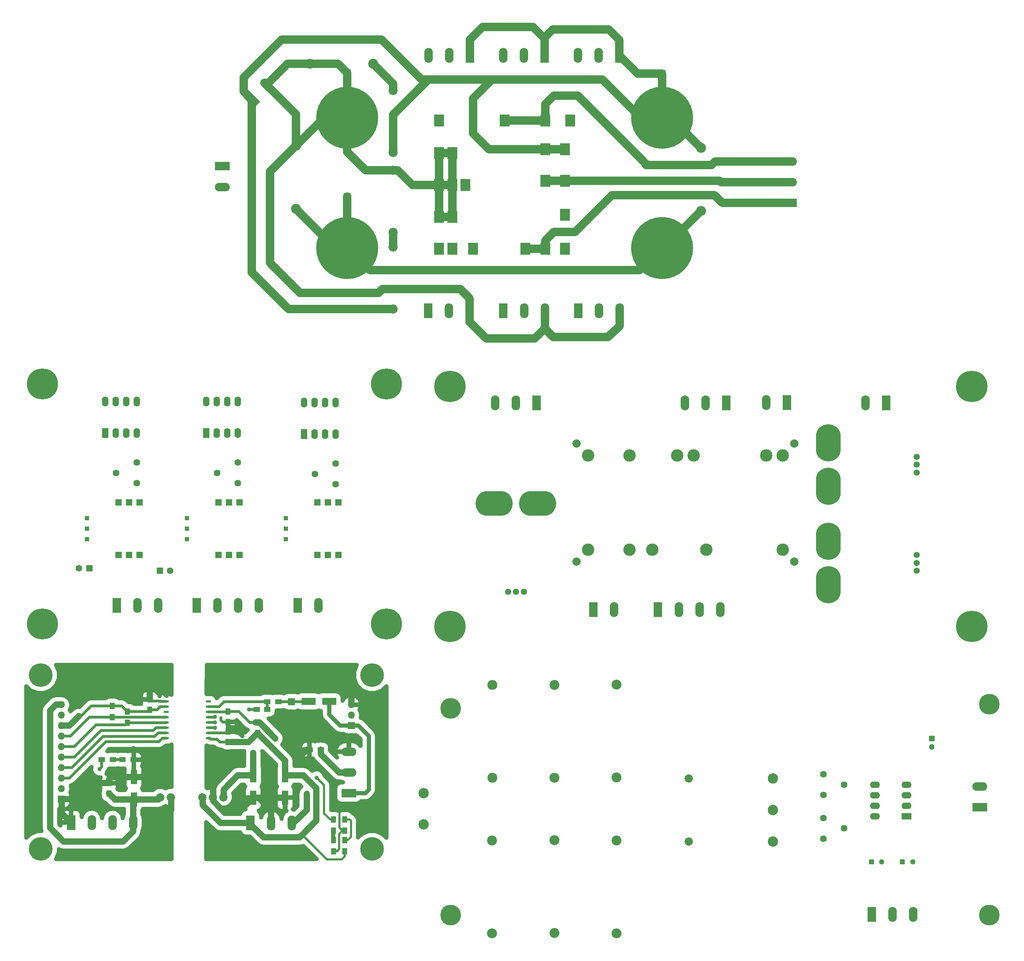
<source format=gtl>
G04 #@! TF.FileFunction,Copper,L1,Top,Signal*
%FSLAX46Y46*%
G04 Gerber Fmt 4.6, Leading zero omitted, Abs format (unit mm)*
G04 Created by KiCad (PCBNEW 4.0.6) date 2017 August 14, Monday 14:56:33*
%MOMM*%
%LPD*%
G01*
G04 APERTURE LIST*
%ADD10C,0.100000*%
%ADD11R,2.100000X3.600000*%
%ADD12O,2.100000X3.600000*%
%ADD13R,1.600000X2.400000*%
%ADD14O,1.600000X2.400000*%
%ADD15R,1.600000X1.600000*%
%ADD16C,1.600000*%
%ADD17C,1.620000*%
%ADD18R,1.100000X1.100000*%
%ADD19R,1.500000X1.500000*%
%ADD20C,7.500000*%
%ADD21C,7.600000*%
%ADD22C,2.000000*%
%ADD23C,3.000000*%
%ADD24C,1.500000*%
%ADD25O,6.000000X9.000000*%
%ADD26O,9.000000X6.000000*%
%ADD27R,1.700000X1.700000*%
%ADD28O,1.700000X1.700000*%
%ADD29R,3.600000X2.100000*%
%ADD30O,3.600000X2.100000*%
%ADD31R,1.250000X1.500000*%
%ADD32R,1.500000X1.250000*%
%ADD33R,1.500000X1.300000*%
%ADD34R,3.500000X1.800000*%
%ADD35R,1.300000X1.500000*%
%ADD36R,1.143000X0.508000*%
%ADD37R,1.600000X3.500000*%
%ADD38C,5.700000*%
%ADD39R,0.750000X0.800000*%
%ADD40R,2.400000X1.600000*%
%ADD41O,2.400000X1.600000*%
%ADD42R,1.350000X1.350000*%
%ADD43O,1.350000X1.350000*%
%ADD44C,2.400000*%
%ADD45O,2.400000X2.400000*%
%ADD46C,2.500000*%
%ADD47R,1.300000X1.300000*%
%ADD48C,1.300000*%
%ADD49C,5.000000*%
%ADD50R,2.400000X3.000000*%
%ADD51C,2.200000*%
%ADD52C,15.000000*%
%ADD53C,2.100000*%
%ADD54C,1.000000*%
%ADD55C,0.600000*%
%ADD56C,1.500000*%
%ADD57C,1.000000*%
%ADD58C,0.700000*%
%ADD59C,0.500000*%
%ADD60C,2.000000*%
%ADD61C,0.400000*%
G04 APERTURE END LIST*
D10*
D11*
X38354000Y-74168000D03*
D12*
X43354000Y-74168000D03*
X48354000Y-74168000D03*
D11*
X57658000Y-74168000D03*
D12*
X62658000Y-74168000D03*
X67658000Y-74168000D03*
X72658000Y-74168000D03*
D11*
X82042000Y-74168000D03*
D12*
X87042000Y-74168000D03*
D13*
X59944000Y-32512000D03*
D14*
X67564000Y-24892000D03*
X62484000Y-32512000D03*
X65024000Y-24892000D03*
X65024000Y-32512000D03*
X62484000Y-24892000D03*
X67564000Y-32512000D03*
X59944000Y-24892000D03*
D13*
X83566000Y-32766000D03*
D14*
X91186000Y-25146000D03*
X86106000Y-32766000D03*
X88646000Y-25146000D03*
X88646000Y-32766000D03*
X86106000Y-25146000D03*
X91186000Y-32766000D03*
X83566000Y-25146000D03*
D13*
X35560000Y-32512000D03*
D14*
X43180000Y-24892000D03*
X38100000Y-32512000D03*
X40640000Y-24892000D03*
X40640000Y-32512000D03*
X38100000Y-24892000D03*
X43180000Y-32512000D03*
X35560000Y-24892000D03*
D15*
X31750000Y-65151000D03*
D16*
X29250000Y-65151000D03*
D15*
X48768000Y-65786000D03*
D16*
X51268000Y-65786000D03*
D17*
X43180000Y-44624000D03*
X38180000Y-42124000D03*
X43180000Y-39624000D03*
X67564000Y-44624000D03*
X62564000Y-42124000D03*
X67564000Y-39624000D03*
X91186000Y-44878000D03*
X86186000Y-42378000D03*
X91186000Y-39878000D03*
D18*
X55308000Y-58166000D03*
X55308000Y-53086000D03*
X55308000Y-55626000D03*
D19*
X68008000Y-61976000D03*
X65468000Y-61976000D03*
X62928000Y-61976000D03*
X68008000Y-49276000D03*
X65468000Y-49276000D03*
X62928000Y-49276000D03*
D18*
X79184000Y-58166000D03*
X79184000Y-53086000D03*
X79184000Y-55626000D03*
D19*
X91884000Y-61976000D03*
X89344000Y-61976000D03*
X86804000Y-61976000D03*
X91884000Y-49276000D03*
X89344000Y-49276000D03*
X86804000Y-49276000D03*
D18*
X31178000Y-58166000D03*
X31178000Y-53086000D03*
X31178000Y-55626000D03*
D19*
X43878000Y-61976000D03*
X41338000Y-61976000D03*
X38798000Y-61976000D03*
X43878000Y-49276000D03*
X41338000Y-49276000D03*
X38798000Y-49276000D03*
D20*
X20440000Y-20594000D03*
X103440000Y-20594000D03*
X20440000Y-78594000D03*
X103440000Y-78594000D03*
D21*
X118781000Y-21196000D03*
X118781000Y-79196000D03*
X244781000Y-79196000D03*
D22*
X201891000Y-63526000D03*
X149391000Y-35026000D03*
X201891000Y-35026000D03*
D23*
X199141000Y-37901000D03*
X195141000Y-37901000D03*
X177641000Y-37901000D03*
X173641000Y-37901000D03*
X162141000Y-37901000D03*
X199141000Y-60651000D03*
X180641000Y-60651000D03*
X167641000Y-60651000D03*
X162141000Y-60651000D03*
X152141000Y-60651000D03*
X152141000Y-37901000D03*
D22*
X149391000Y-63526000D03*
D11*
X139700000Y-25196000D03*
D12*
X134700000Y-25196000D03*
X129700000Y-25196000D03*
D11*
X185547000Y-25196000D03*
D12*
X180547000Y-25196000D03*
X175547000Y-25196000D03*
D11*
X224155000Y-25196000D03*
D12*
X219155000Y-25196000D03*
D11*
X153416000Y-75196000D03*
D12*
X158416000Y-75196000D03*
D11*
X200152000Y-25146000D03*
D12*
X195152000Y-25146000D03*
D11*
X169037000Y-75196000D03*
D12*
X174037000Y-75196000D03*
X179037000Y-75196000D03*
X184037000Y-75196000D03*
D24*
X231521000Y-61971000D03*
X231521000Y-65791000D03*
D25*
X210121000Y-58631000D03*
X210121000Y-69131000D03*
D24*
X231521000Y-63881000D03*
X231521000Y-38222000D03*
X231521000Y-42042000D03*
D25*
X210121000Y-34882000D03*
X210121000Y-45382000D03*
D24*
X231521000Y-40132000D03*
X136657000Y-70866000D03*
X132837000Y-70866000D03*
D26*
X139997000Y-49466000D03*
X129497000Y-49466000D03*
D24*
X134747000Y-70866000D03*
D21*
X244781000Y-21196000D03*
D27*
X95000000Y-103200000D03*
D28*
X95000000Y-100660000D03*
X95000000Y-98120000D03*
D29*
X94400000Y-119500000D03*
D30*
X94400000Y-114500000D03*
X94400000Y-109500000D03*
D31*
X46300000Y-99350000D03*
X46300000Y-96850000D03*
D32*
X74650000Y-99300000D03*
X72150000Y-99300000D03*
D31*
X72400000Y-102432000D03*
X72400000Y-104932000D03*
X65224500Y-99828500D03*
X65224500Y-102328500D03*
X65224500Y-104654500D03*
X65224500Y-107154500D03*
D33*
X42444500Y-111429000D03*
X39744500Y-111429000D03*
D34*
X89632000Y-97332000D03*
X84632000Y-97332000D03*
D27*
X25000000Y-121000000D03*
D28*
X25000000Y-118460000D03*
X25000000Y-115920000D03*
X25000000Y-113380000D03*
X25000000Y-110840000D03*
X25000000Y-108300000D03*
X25000000Y-105760000D03*
X25000000Y-103220000D03*
X25000000Y-100680000D03*
X25000000Y-98140000D03*
D11*
X27315000Y-126605500D03*
D12*
X32315000Y-126605500D03*
X37315000Y-126605500D03*
X42315000Y-126605500D03*
D11*
X70622000Y-126732500D03*
D12*
X75622000Y-126732500D03*
X80622000Y-126732500D03*
D35*
X37284500Y-98458500D03*
X37284500Y-101158500D03*
D33*
X34728000Y-111429000D03*
X37428000Y-111429000D03*
D35*
X40904000Y-99792000D03*
X40904000Y-102492000D03*
D33*
X77350000Y-97400000D03*
X74650000Y-97400000D03*
X84893000Y-109016000D03*
X87593000Y-109016000D03*
D35*
X90650000Y-125900000D03*
X90650000Y-128600000D03*
X93400000Y-128600000D03*
X93400000Y-125900000D03*
D27*
X80500000Y-97400000D03*
D36*
X50302000Y-97332000D03*
X50302000Y-98602000D03*
X50302000Y-99872000D03*
X50302000Y-101142000D03*
X50302000Y-102412000D03*
X50302000Y-103682000D03*
X50302000Y-104952000D03*
X50302000Y-106222000D03*
X60462000Y-106222000D03*
X60462000Y-104952000D03*
X60462000Y-103682000D03*
X60462000Y-102412000D03*
X60462000Y-101142000D03*
X60462000Y-99872000D03*
X60462000Y-98602000D03*
X60462000Y-97332000D03*
D37*
X42491500Y-121050500D03*
X42491500Y-115650500D03*
D31*
X36459000Y-119600500D03*
X36459000Y-117100500D03*
D37*
X71320500Y-115206000D03*
X71320500Y-120606000D03*
X79004000Y-120606000D03*
X79004000Y-115206000D03*
D35*
X90650000Y-133600000D03*
X90650000Y-130900000D03*
X93400000Y-133600000D03*
X93400000Y-130900000D03*
D38*
X20000000Y-91000000D03*
X20000000Y-133000000D03*
X100000000Y-91000000D03*
X100000000Y-133000000D03*
D39*
X48700000Y-98750000D03*
X48700000Y-97250000D03*
X63500000Y-99850000D03*
X63500000Y-101350000D03*
X62400000Y-104950000D03*
X62400000Y-106450000D03*
D22*
X48880000Y-120500000D03*
X51420000Y-120500000D03*
X59040000Y-120500000D03*
X61580000Y-120500000D03*
X64120000Y-120500000D03*
D11*
X220676000Y-148831600D03*
D12*
X225676000Y-148831600D03*
X230676000Y-148831600D03*
D40*
X229058000Y-125108000D03*
D41*
X221438000Y-117488000D03*
X229058000Y-122568000D03*
X221438000Y-120028000D03*
X229058000Y-120028000D03*
X221438000Y-122568000D03*
X229058000Y-117488000D03*
X221438000Y-125108000D03*
D42*
X235154000Y-106312000D03*
D43*
X235154000Y-108312000D03*
D29*
X246685600Y-122923600D03*
D30*
X246685600Y-117923600D03*
D44*
X128982000Y-130950000D03*
D45*
X128982000Y-153350000D03*
D44*
X129000000Y-115786200D03*
D45*
X129000000Y-93386200D03*
D44*
X144000000Y-153302000D03*
D45*
X144000000Y-130902000D03*
D44*
X144000000Y-93358000D03*
D45*
X144000000Y-115758000D03*
D44*
X159000000Y-130950000D03*
D45*
X159000000Y-153350000D03*
D44*
X159000000Y-115710000D03*
D45*
X159000000Y-93310000D03*
D46*
X112472000Y-127020000D03*
X112472000Y-119520000D03*
D47*
X220549000Y-136157000D03*
D48*
X223049000Y-136157000D03*
D47*
X228042000Y-136157000D03*
D48*
X230542000Y-136157000D03*
D49*
X249000000Y-98000000D03*
X249000000Y-149000000D03*
X119000000Y-149000000D03*
X119000000Y-99000000D03*
D22*
X176480000Y-131204000D03*
X176480000Y-115964000D03*
D46*
X196800000Y-131204000D03*
X196800000Y-123584000D03*
X196800000Y-115964000D03*
D17*
X208966600Y-114951800D03*
X213966600Y-117451800D03*
X208966600Y-119951800D03*
X208966600Y-125518200D03*
X213966600Y-128018200D03*
X208966600Y-130518200D03*
D50*
X116200000Y43030000D03*
X116200000Y19770000D03*
X116200000Y35180000D03*
X119380000Y19770000D03*
X119380000Y35180000D03*
X116200000Y27480000D03*
X119380000Y27480000D03*
X122550000Y27480000D03*
X116200000Y12080000D03*
X119380000Y12080000D03*
X124380000Y12080000D03*
X132000000Y43030000D03*
X137000000Y12080000D03*
X141800000Y12080000D03*
X146600000Y12080000D03*
X146600000Y20280000D03*
X141800000Y36070000D03*
X141800000Y43030000D03*
X141800000Y28480000D03*
X146600000Y28480000D03*
X146600000Y36070000D03*
X147800000Y43030000D03*
D27*
X93956800Y54543200D03*
X93956800Y24698200D03*
X170029800Y54416200D03*
D51*
X105082000Y-2556000D03*
X105082000Y12444000D03*
X105082000Y15986000D03*
X105082000Y30986000D03*
X105082000Y35290000D03*
X105082000Y50290000D03*
D44*
X179377000Y36433000D03*
D45*
X179377000Y21193000D03*
D44*
X81587000Y21701000D03*
D45*
X81587000Y36941000D03*
D44*
X100256000Y56753000D03*
D45*
X85016000Y56753000D03*
D52*
X170000000Y12250000D03*
X170000000Y43750000D03*
X94000000Y43750000D03*
X94000000Y12250000D03*
D11*
X123624000Y58785000D03*
D12*
X118624000Y58785000D03*
X113624000Y58785000D03*
D11*
X113565600Y-2937000D03*
D12*
X118565600Y-2937000D03*
X123565600Y-2937000D03*
D11*
X141658000Y58785000D03*
D12*
X136658000Y58785000D03*
X131658000Y58785000D03*
D11*
X131701200Y-2937000D03*
D12*
X136701200Y-2937000D03*
X141701200Y-2937000D03*
D11*
X159692000Y58785000D03*
D12*
X154692000Y58785000D03*
X149692000Y58785000D03*
D11*
X149786000Y-2937000D03*
D12*
X154786000Y-2937000D03*
X159786000Y-2937000D03*
D29*
X200713000Y23098000D03*
D30*
X200713000Y28098000D03*
X200713000Y33098000D03*
D29*
X63807000Y31988000D03*
D30*
X63807000Y26988000D03*
D10*
G36*
X71500130Y46101746D02*
X68954546Y48647330D01*
X70439470Y50132254D01*
X72985054Y47586670D01*
X71500130Y46101746D01*
X71500130Y46101746D01*
G37*
D53*
X73975004Y52182864D02*
X75035664Y51122204D01*
D54*
X49400000Y-112300000D03*
X49400000Y-115800000D03*
X48800000Y-126300000D03*
X48800000Y-128700000D03*
X46300000Y-94300000D03*
X42300000Y-108600000D03*
X42400000Y-97300000D03*
X62100000Y-101100000D03*
X29220000Y-100888000D03*
X34173000Y-113715000D03*
X89700000Y-112200000D03*
X62100000Y-103700000D03*
X71300000Y-109800000D03*
X86600000Y-115800000D03*
X76654500Y-106285500D03*
X84211000Y-119684000D03*
X68600000Y-93800000D03*
X95000000Y-94800000D03*
X98900000Y-98100000D03*
X70300000Y-95300000D03*
X71900000Y-93700000D03*
X76500000Y-122800000D03*
X74700000Y-122800000D03*
X70300000Y-99300000D03*
X92100000Y-123200000D03*
X62900000Y-133000000D03*
X63000000Y-115100000D03*
X68700000Y-105700000D03*
X82915600Y-110387600D03*
X61668500Y-116763000D03*
X62100000Y-102400000D03*
D55*
X148008000Y43011600D03*
X131904400Y42859200D03*
X116207200Y43062400D03*
X146788800Y20151600D03*
X141800000Y28480000D03*
X146600000Y12080000D03*
X122550000Y27480000D03*
X141759600Y11820400D03*
X124380000Y12080000D03*
X116200000Y12080000D03*
X119380000Y12080000D03*
D56*
X22235000Y-123049500D02*
X22235000Y-127939000D01*
X23695500Y-98094000D02*
X22235000Y-99554500D01*
X22235000Y-99554500D02*
X22235000Y-123049500D01*
X25092500Y-98094000D02*
X23695500Y-98094000D01*
X42315000Y-128750500D02*
X42315000Y-126605500D01*
X39888000Y-131177500D02*
X42315000Y-128750500D01*
X25473500Y-131177500D02*
X39888000Y-131177500D01*
X22235000Y-127939000D02*
X25473500Y-131177500D01*
X42315000Y-126605500D02*
X42315000Y-121227000D01*
X42315000Y-121227000D02*
X42491500Y-121050500D01*
X42491500Y-121050500D02*
X37909000Y-121050500D01*
X37909000Y-121050500D02*
X36459000Y-119600500D01*
X48905000Y-120446000D02*
X48905000Y-120573000D01*
X48905000Y-120573000D02*
X48427500Y-121050500D01*
X48427500Y-121050500D02*
X42491500Y-121050500D01*
D57*
X36459000Y-119600500D02*
X36459000Y-119747500D01*
X42315000Y-121227000D02*
X42491500Y-121050500D01*
X42966500Y-121525500D02*
X42491500Y-121050500D01*
D56*
X49400000Y-115800000D02*
X49400000Y-112300000D01*
X49316500Y-115716500D02*
X49316500Y-115650500D01*
X49400000Y-115800000D02*
X49316500Y-115716500D01*
X51445000Y-120446000D02*
X51445000Y-123655000D01*
X51445000Y-123655000D02*
X48800000Y-126300000D01*
X48800000Y-131400000D02*
X48800000Y-128700000D01*
X46300000Y-94300000D02*
X46300000Y-96850000D01*
D58*
X46300000Y-96850000D02*
X42850000Y-96850000D01*
X42444500Y-108744500D02*
X42444500Y-111429000D01*
X42300000Y-108600000D02*
X42444500Y-108744500D01*
X42850000Y-96850000D02*
X42400000Y-97300000D01*
X48700000Y-97250000D02*
X46700000Y-97250000D01*
X46700000Y-97250000D02*
X46300000Y-96850000D01*
X50302000Y-97332000D02*
X48782000Y-97332000D01*
X48782000Y-97332000D02*
X48700000Y-97250000D01*
X42444500Y-111429000D02*
X42444500Y-115603500D01*
X42444500Y-115603500D02*
X42491500Y-115650500D01*
D56*
X36459000Y-117100500D02*
X30914500Y-117100500D01*
X27061000Y-120954000D02*
X25092500Y-120954000D01*
X30914500Y-117100500D02*
X27061000Y-120954000D01*
X42491500Y-115650500D02*
X49316500Y-115650500D01*
X36459000Y-117100500D02*
X36459000Y-116255000D01*
X37063500Y-115650500D02*
X42491500Y-115650500D01*
X36459000Y-116255000D02*
X37063500Y-115650500D01*
X25092500Y-120954000D02*
X25092500Y-124383000D01*
X25092500Y-124383000D02*
X27315000Y-126605500D01*
D58*
X60462000Y-101142000D02*
X62058000Y-101142000D01*
X62058000Y-101142000D02*
X62100000Y-101100000D01*
D57*
X95000000Y-103200000D02*
X96700000Y-103200000D01*
X98400000Y-119500000D02*
X94400000Y-119500000D01*
X99200000Y-118700000D02*
X98400000Y-119500000D01*
X99200000Y-105700000D02*
X99200000Y-118700000D01*
X96700000Y-103200000D02*
X99200000Y-105700000D01*
X95000000Y-103200000D02*
X92300000Y-103200000D01*
X89632000Y-100532000D02*
X89632000Y-97332000D01*
X92300000Y-103200000D02*
X89632000Y-100532000D01*
X90627500Y-130802500D02*
X90627500Y-128422500D01*
D58*
X25092500Y-115874000D02*
X26934000Y-115874000D01*
X49349500Y-106222000D02*
X50302000Y-106222000D01*
X48524000Y-107047500D02*
X49349500Y-106222000D01*
X35760500Y-107047500D02*
X48524000Y-107047500D01*
X26934000Y-115874000D02*
X35760500Y-107047500D01*
X46300000Y-99350000D02*
X48100000Y-99350000D01*
X48100000Y-99350000D02*
X48700000Y-98750000D01*
X40904000Y-99792000D02*
X45858000Y-99792000D01*
X45858000Y-99792000D02*
X46300000Y-99350000D01*
X50302000Y-98602000D02*
X48848000Y-98602000D01*
X48848000Y-98602000D02*
X48700000Y-98750000D01*
X34728000Y-111429000D02*
X34728000Y-113160000D01*
X34728000Y-113160000D02*
X34173000Y-113715000D01*
D56*
X25092500Y-103174000D02*
X26934000Y-103174000D01*
X26934000Y-103174000D02*
X29220000Y-100888000D01*
D58*
X25092500Y-103174000D02*
X27442000Y-103174000D01*
X32157500Y-98458500D02*
X37284500Y-98458500D01*
X27442000Y-103174000D02*
X32157500Y-98458500D01*
X37284500Y-98458500D02*
X39570500Y-98458500D01*
X39570500Y-98458500D02*
X40904000Y-99792000D01*
X39744500Y-111429000D02*
X37428000Y-111429000D01*
X80500000Y-97400000D02*
X84564000Y-97400000D01*
X84564000Y-97400000D02*
X84632000Y-97332000D01*
X77350000Y-97400000D02*
X80500000Y-97400000D01*
D59*
X93400000Y-130900000D02*
X94100000Y-130900000D01*
X94600000Y-125900000D02*
X93400000Y-125900000D01*
X94900000Y-126200000D02*
X94600000Y-125900000D01*
X94900000Y-130100000D02*
X94900000Y-126200000D01*
X94100000Y-130900000D02*
X94900000Y-130100000D01*
D58*
X50302000Y-104952000D02*
X48333500Y-104952000D01*
X27505500Y-113334000D02*
X25092500Y-113334000D01*
X35062000Y-105777500D02*
X27505500Y-113334000D01*
X47508000Y-105777500D02*
X35062000Y-105777500D01*
X48333500Y-104952000D02*
X47508000Y-105777500D01*
X25092500Y-110794000D02*
X28140500Y-110794000D01*
X47825500Y-103682000D02*
X50302000Y-103682000D01*
X47127000Y-104380500D02*
X47825500Y-103682000D01*
X34554000Y-104380500D02*
X47127000Y-104380500D01*
X28140500Y-110794000D02*
X34554000Y-104380500D01*
X25092500Y-108254000D02*
X28140500Y-108254000D01*
X33347500Y-103047000D02*
X40349000Y-103047000D01*
X28140500Y-108254000D02*
X33347500Y-103047000D01*
X40349000Y-103047000D02*
X40904000Y-102492000D01*
X40904000Y-102492000D02*
X50222000Y-102492000D01*
X50222000Y-102492000D02*
X50302000Y-102412000D01*
X25092500Y-105714000D02*
X27188000Y-105714000D01*
X31743500Y-101158500D02*
X37284500Y-101158500D01*
X27188000Y-105714000D02*
X31743500Y-101158500D01*
X37284500Y-101158500D02*
X50285500Y-101158500D01*
X50285500Y-101158500D02*
X50302000Y-101142000D01*
D56*
X87593000Y-109016000D02*
X87593000Y-110093000D01*
X87593000Y-110093000D02*
X89700000Y-112200000D01*
X94400000Y-114500000D02*
X92000000Y-114500000D01*
X92000000Y-114500000D02*
X89700000Y-112200000D01*
D58*
X60462000Y-103682000D02*
X62082000Y-103682000D01*
X62082000Y-103682000D02*
X62100000Y-103700000D01*
D56*
X71320500Y-115206000D02*
X71320500Y-109820500D01*
X71320500Y-109820500D02*
X71300000Y-109800000D01*
D58*
X65224500Y-99828500D02*
X67828500Y-99828500D01*
X70432000Y-102432000D02*
X72400000Y-102432000D01*
X67828500Y-99828500D02*
X70432000Y-102432000D01*
D59*
X90650000Y-125900000D02*
X89900000Y-125900000D01*
X88400000Y-117600000D02*
X86600000Y-115800000D01*
X88400000Y-124400000D02*
X88400000Y-117600000D01*
X89900000Y-125900000D02*
X88400000Y-124400000D01*
D58*
X63500000Y-99850000D02*
X65203000Y-99850000D01*
X65203000Y-99850000D02*
X65224500Y-99828500D01*
X60462000Y-99872000D02*
X63478000Y-99872000D01*
X63478000Y-99872000D02*
X63500000Y-99850000D01*
D56*
X72400000Y-102432000D02*
X72801000Y-102432000D01*
X72801000Y-102432000D02*
X76654500Y-106285500D01*
X71912000Y-102432000D02*
X72400000Y-102432000D01*
D58*
X65181000Y-99872000D02*
X65224500Y-99828500D01*
D56*
X80622000Y-126732500D02*
X81036000Y-126732500D01*
X81036000Y-126732500D02*
X84211000Y-123557500D01*
X84211000Y-123557500D02*
X84211000Y-119684000D01*
X71320500Y-114032500D02*
X71320500Y-115206000D01*
X64145000Y-120446000D02*
X64145000Y-118668000D01*
X67607000Y-115206000D02*
X71320500Y-115206000D01*
X64145000Y-118668000D02*
X67607000Y-115206000D01*
X95000000Y-98120000D02*
X95000000Y-94800000D01*
X98900000Y-98120000D02*
X99120000Y-98120000D01*
X98900000Y-98100000D02*
X98900000Y-98120000D01*
X71900000Y-93700000D02*
X70300000Y-95300000D01*
X74700000Y-122800000D02*
X74727000Y-122773000D01*
X74727000Y-122773000D02*
X74700000Y-122800000D01*
X74700000Y-122800000D02*
X74700000Y-122746000D01*
D58*
X72150000Y-99300000D02*
X70300000Y-99300000D01*
D59*
X92100000Y-127800000D02*
X92100000Y-123200000D01*
X92100000Y-127800000D02*
X92900000Y-128600000D01*
D56*
X99700000Y-123200000D02*
X92100000Y-123200000D01*
X101700000Y-121200000D02*
X99700000Y-123200000D01*
X101700000Y-100700000D02*
X101700000Y-121200000D01*
X99120000Y-98120000D02*
X101700000Y-100700000D01*
D59*
X93400000Y-128600000D02*
X92900000Y-128600000D01*
X93400000Y-128600000D02*
X92800000Y-128600000D01*
D57*
X65224500Y-103600000D02*
X66600000Y-103600000D01*
X66600000Y-103600000D02*
X68700000Y-105700000D01*
X65224500Y-104654500D02*
X65224500Y-103600000D01*
X65224500Y-103600000D02*
X65224500Y-102328500D01*
D58*
X62400000Y-104950000D02*
X64929000Y-104950000D01*
X64929000Y-104950000D02*
X65224500Y-104654500D01*
X63500000Y-101350000D02*
X63500000Y-101900000D01*
X63500000Y-101900000D02*
X63928500Y-102328500D01*
X63928500Y-102328500D02*
X65224500Y-102328500D01*
X60462000Y-104952000D02*
X62398000Y-104952000D01*
X62398000Y-104952000D02*
X62400000Y-104950000D01*
D59*
X84287200Y-109016000D02*
X84893000Y-109016000D01*
X90650000Y-133600000D02*
X91500000Y-133600000D01*
X91500000Y-133600000D02*
X92000000Y-133100000D01*
X92000000Y-133100000D02*
X92000000Y-129400000D01*
X92000000Y-129400000D02*
X92800000Y-128600000D01*
D56*
X84893000Y-109016000D02*
X84287200Y-109016000D01*
X84287200Y-109016000D02*
X82915600Y-110387600D01*
X61605000Y-120446000D02*
X61605000Y-116826500D01*
X61605000Y-116826500D02*
X61668500Y-116763000D01*
D57*
X90627500Y-133502500D02*
X90992000Y-133502500D01*
D56*
X71320500Y-120606000D02*
X72560000Y-120606000D01*
X75622000Y-123668000D02*
X75622000Y-126732500D01*
X72560000Y-120606000D02*
X74700000Y-122746000D01*
X74700000Y-122746000D02*
X75622000Y-123668000D01*
X71320500Y-120606000D02*
X79004000Y-120606000D01*
X61605000Y-120446000D02*
X61605000Y-121398500D01*
X61605000Y-121398500D02*
X63573500Y-123367000D01*
X63573500Y-123367000D02*
X68559500Y-123367000D01*
X68559500Y-123367000D02*
X71320500Y-120606000D01*
D58*
X64927000Y-104952000D02*
X65224500Y-104654500D01*
D59*
X93400000Y-133600000D02*
X93400000Y-134800000D01*
X89100000Y-135500000D02*
X83160750Y-129560750D01*
X92700000Y-135500000D02*
X89100000Y-135500000D01*
X93400000Y-134800000D02*
X92700000Y-135500000D01*
D58*
X62400000Y-106450000D02*
X62550000Y-106450000D01*
X62550000Y-106450000D02*
X63254500Y-107154500D01*
X63254500Y-107154500D02*
X65224500Y-107154500D01*
X60462000Y-106222000D02*
X60822000Y-106222000D01*
X60822000Y-106222000D02*
X61050000Y-106450000D01*
X61050000Y-106450000D02*
X62400000Y-106450000D01*
D56*
X72400000Y-104932000D02*
X72400000Y-105079000D01*
X72400000Y-105079000D02*
X79004000Y-111683000D01*
X79004000Y-111683000D02*
X79004000Y-115206000D01*
X67447000Y-107154500D02*
X70177500Y-107154500D01*
X70177500Y-107154500D02*
X72400000Y-104932000D01*
X70622000Y-126732500D02*
X70622000Y-127050000D01*
X70622000Y-127050000D02*
X73797000Y-130225000D01*
X83416000Y-115206000D02*
X79004000Y-115206000D01*
X86560500Y-118350500D02*
X83416000Y-115206000D01*
X86560500Y-126161000D02*
X86560500Y-118350500D01*
X82496500Y-130225000D02*
X83160750Y-129560750D01*
X83160750Y-129560750D02*
X86560500Y-126161000D01*
X73797000Y-130225000D02*
X82496500Y-130225000D01*
X59065000Y-120446000D02*
X59065000Y-122414500D01*
X63383000Y-126732500D02*
X70622000Y-126732500D01*
X59065000Y-122414500D02*
X63383000Y-126732500D01*
X65224500Y-107154500D02*
X67447000Y-107154500D01*
D58*
X60462000Y-102412000D02*
X62088000Y-102412000D01*
X62088000Y-102412000D02*
X62100000Y-102400000D01*
X74650000Y-99300000D02*
X74650000Y-97400000D01*
X60462000Y-98602000D02*
X63098000Y-98602000D01*
X64300000Y-97400000D02*
X74650000Y-97400000D01*
X63098000Y-98602000D02*
X64300000Y-97400000D01*
D60*
X94000000Y12250000D02*
X94086000Y12250000D01*
X94086000Y12250000D02*
X99468600Y6867400D01*
X164617400Y6867400D02*
X170000000Y12250000D01*
X99468600Y6867400D02*
X164617400Y6867400D01*
X94000000Y12250000D02*
X94000000Y24655000D01*
X94000000Y24655000D02*
X93956800Y24698200D01*
X170000000Y12250000D02*
X170434000Y12250000D01*
X170434000Y12250000D02*
X179377000Y21193000D01*
X94000000Y12250000D02*
X91038000Y12250000D01*
X170000000Y12250000D02*
X164465000Y12250000D01*
X91038000Y12250000D02*
X81587000Y21701000D01*
X105082000Y15986000D02*
X105082000Y12444000D01*
X105082000Y50290000D02*
X105082000Y51927000D01*
X105082000Y51927000D02*
X100256000Y56753000D01*
X141800000Y36070000D02*
X146600000Y36070000D01*
X113972000Y52943000D02*
X111940000Y52943000D01*
X69014000Y50072800D02*
X70969800Y48117000D01*
X69014000Y53451000D02*
X69014000Y50072800D01*
X78158000Y62595000D02*
X69014000Y53451000D01*
X102288000Y62595000D02*
X78158000Y62595000D01*
X111940000Y52943000D02*
X102288000Y62595000D01*
X105082000Y-2556000D02*
X79809000Y-2556000D01*
X79809000Y-2556000D02*
X70969800Y6283200D01*
X70969800Y6283200D02*
X70969800Y48117000D01*
X123624000Y58785000D02*
X123624000Y62595000D01*
X138864000Y65643000D02*
X141658000Y62849000D01*
X126672000Y65643000D02*
X138864000Y65643000D01*
X123624000Y62595000D02*
X126672000Y65643000D01*
X159692000Y58785000D02*
X159692000Y62468000D01*
X141658000Y63103000D02*
X141658000Y62849000D01*
X141658000Y62849000D02*
X141658000Y58785000D01*
X143563000Y65008000D02*
X141658000Y63103000D01*
X157152000Y65008000D02*
X143563000Y65008000D01*
X159692000Y62468000D02*
X157152000Y65008000D01*
X170029800Y54416200D02*
X164060800Y54416200D01*
X164060800Y54416200D02*
X159692000Y58785000D01*
X170000000Y43750000D02*
X170000000Y54386400D01*
X170000000Y54386400D02*
X170029800Y54416200D01*
X105082000Y35290000D02*
X105082000Y44434000D01*
X113591000Y52943000D02*
X113972000Y52943000D01*
X113972000Y52943000D02*
X128958000Y52943000D01*
X105082000Y44434000D02*
X113591000Y52943000D01*
X170000000Y43750000D02*
X172060000Y43750000D01*
X172060000Y43750000D02*
X179377000Y36433000D01*
X170000000Y43750000D02*
X164821000Y43750000D01*
X164821000Y43750000D02*
X155628000Y52943000D01*
X155628000Y52943000D02*
X128958000Y52943000D01*
X128958000Y52943000D02*
X124386000Y48371000D01*
X124386000Y48371000D02*
X124386000Y39862000D01*
X124386000Y39862000D02*
X128178000Y36070000D01*
X128178000Y36070000D02*
X141800000Y36070000D01*
X109717000Y27480000D02*
X116200000Y27480000D01*
X106211000Y30986000D02*
X109717000Y27480000D01*
X116200000Y27480000D02*
X119380000Y27480000D01*
X116200000Y35180000D02*
X116200000Y27480000D01*
X116200000Y27480000D02*
X116200000Y19770000D01*
X123565600Y-2937000D02*
X123565600Y42400D01*
X75364000Y30718000D02*
X81587000Y36941000D01*
X75364000Y8620000D02*
X75364000Y30718000D01*
X82577600Y1406400D02*
X75364000Y8620000D01*
X101576800Y1406400D02*
X82577600Y1406400D01*
X102440400Y2270000D02*
X101576800Y1406400D01*
X121338000Y2270000D02*
X102440400Y2270000D01*
X123565600Y42400D02*
X121338000Y2270000D01*
X123565600Y-2937000D02*
X123565600Y-5672600D01*
X139245000Y-9668000D02*
X141701200Y-7211800D01*
X127561000Y-9668000D02*
X139245000Y-9668000D01*
X123565600Y-5672600D02*
X127561000Y-9668000D01*
X159811400Y-3089400D02*
X159811400Y-6627600D01*
X141701200Y-7298200D02*
X141701200Y-7211800D01*
X141701200Y-7211800D02*
X141701200Y-2937000D01*
X143690000Y-9287000D02*
X141701200Y-7298200D01*
X156898000Y-9287000D02*
X143690000Y-9287000D01*
X159811400Y-6627600D02*
X156898000Y-9287000D01*
X94000000Y43750000D02*
X94000000Y54500000D01*
X94000000Y54500000D02*
X93956800Y54543200D01*
X85016000Y56753000D02*
X91747000Y56753000D01*
X91747000Y56753000D02*
X93956800Y54543200D01*
X85016000Y56753000D02*
X79605800Y56753000D01*
X79605800Y56753000D02*
X74505334Y51652534D01*
X105082000Y30986000D02*
X106211000Y30986000D01*
X119380000Y19770000D02*
X119380000Y27480000D01*
X119380000Y27480000D02*
X119380000Y35180000D01*
X116200000Y35180000D02*
X119380000Y35180000D01*
X116200000Y19770000D02*
X119380000Y19770000D01*
X94000000Y43750000D02*
X94000000Y35450000D01*
X98464000Y30986000D02*
X105082000Y30986000D01*
X94000000Y35450000D02*
X98464000Y30986000D01*
X81587000Y36941000D02*
X81587000Y44570868D01*
X81587000Y44570868D02*
X74505334Y51652534D01*
X94000000Y43750000D02*
X88396000Y43750000D01*
X88396000Y43750000D02*
X81587000Y36941000D01*
D61*
X148008000Y43011600D02*
X147989600Y43030000D01*
X147989600Y43030000D02*
X147800000Y43030000D01*
D60*
X200713000Y33098000D02*
X182773000Y33098000D01*
X182773000Y33098000D02*
X181942400Y32267400D01*
X181942400Y32267400D02*
X166143600Y32267400D01*
D61*
X131904400Y42859200D02*
X132000000Y42954800D01*
X132000000Y42954800D02*
X132000000Y43030000D01*
D60*
X141800000Y46989000D02*
X141800000Y43030000D01*
X143817000Y49006000D02*
X141800000Y46989000D01*
X149659000Y49006000D02*
X143817000Y49006000D01*
X166042000Y32623000D02*
X149659000Y49006000D01*
X132000000Y43030000D02*
X141800000Y43030000D01*
D61*
X116207200Y43062400D02*
X116200000Y43055200D01*
X116200000Y43055200D02*
X116200000Y43030000D01*
X146788800Y20151600D02*
X146660400Y20280000D01*
X146660400Y20280000D02*
X146600000Y20280000D01*
X146660400Y20280000D02*
X146600000Y20280000D01*
D60*
X200713000Y28098000D02*
X184250000Y28098000D01*
X184250000Y28098000D02*
X183868000Y28480000D01*
X183868000Y28480000D02*
X146600000Y28480000D01*
X184250000Y28098000D02*
X183868000Y28480000D01*
X146600000Y28480000D02*
X141800000Y28480000D01*
X141800000Y28480000D02*
X146600000Y28480000D01*
X146982000Y28098000D02*
X146600000Y28480000D01*
X200713000Y23098000D02*
X184535598Y23098000D01*
X141800000Y13994400D02*
X143893200Y16087600D01*
X143893200Y16087600D02*
X149021602Y16087600D01*
X149021602Y16087600D02*
X157914000Y24979998D01*
X157914000Y24979998D02*
X182653600Y24979998D01*
X182653600Y24979998D02*
X184535598Y23098000D01*
X141800000Y13994400D02*
X141800000Y12080000D01*
D61*
X141759600Y11820400D02*
X141800000Y11860800D01*
X141800000Y11860800D02*
X141800000Y12080000D01*
D60*
X137000000Y12080000D02*
X141800000Y12080000D01*
D61*
X124380000Y12029600D02*
X124380000Y12080000D01*
D57*
G36*
X61792010Y-128323490D02*
X62521962Y-128811229D01*
X63383000Y-128982500D01*
X68127287Y-128982500D01*
X68147207Y-129088367D01*
X68475724Y-129598896D01*
X68976983Y-129941392D01*
X69572000Y-130061886D01*
X70451906Y-130061886D01*
X72206010Y-131815990D01*
X72935962Y-132303729D01*
X73797000Y-132475000D01*
X82496500Y-132475000D01*
X83357538Y-132303729D01*
X83400289Y-132275163D01*
X86575126Y-135450000D01*
X59956010Y-135450000D01*
X59979988Y-126511468D01*
X61792010Y-128323490D01*
X61792010Y-128323490D01*
G37*
X61792010Y-128323490D02*
X62521962Y-128811229D01*
X63383000Y-128982500D01*
X68127287Y-128982500D01*
X68147207Y-129088367D01*
X68475724Y-129598896D01*
X68976983Y-129941392D01*
X69572000Y-130061886D01*
X70451906Y-130061886D01*
X72206010Y-131815990D01*
X72935962Y-132303729D01*
X73797000Y-132475000D01*
X82496500Y-132475000D01*
X83357538Y-132303729D01*
X83400289Y-132275163D01*
X86575126Y-135450000D01*
X59956010Y-135450000D01*
X59979988Y-126511468D01*
X61792010Y-128323490D01*
G36*
X90700000Y-133550000D02*
X90720000Y-133550000D01*
X90720000Y-133650000D01*
X90700000Y-133650000D01*
X90700000Y-133670000D01*
X90600000Y-133670000D01*
X90600000Y-133650000D01*
X90580000Y-133650000D01*
X90580000Y-133550000D01*
X90600000Y-133550000D01*
X90600000Y-133530000D01*
X90700000Y-133530000D01*
X90700000Y-133550000D01*
X90700000Y-133550000D01*
G37*
X90700000Y-133550000D02*
X90720000Y-133550000D01*
X90720000Y-133650000D01*
X90700000Y-133650000D01*
X90700000Y-133670000D01*
X90600000Y-133670000D01*
X90600000Y-133650000D01*
X90580000Y-133650000D01*
X90580000Y-133550000D01*
X90600000Y-133550000D01*
X90600000Y-133530000D01*
X90700000Y-133530000D01*
X90700000Y-133550000D01*
G36*
X95650756Y-90130935D02*
X95649246Y-91861472D01*
X96310099Y-93460858D01*
X97532705Y-94685601D01*
X99130935Y-95349244D01*
X100861472Y-95350754D01*
X102460858Y-94689901D01*
X103450000Y-93702485D01*
X103450000Y-130298822D01*
X102467295Y-129314399D01*
X100869065Y-128650756D01*
X99138528Y-128649246D01*
X97539142Y-129310099D01*
X96625754Y-130221893D01*
X96650000Y-130100000D01*
X96650000Y-126200000D01*
X96516789Y-125530304D01*
X96137437Y-124962563D01*
X95837437Y-124662563D01*
X95278509Y-124289100D01*
X95146276Y-124083604D01*
X94645017Y-123741108D01*
X94050000Y-123620614D01*
X92750000Y-123620614D01*
X92194133Y-123725207D01*
X92028105Y-123832043D01*
X91895017Y-123741108D01*
X91300000Y-123620614D01*
X90150000Y-123620614D01*
X90150000Y-117600000D01*
X90016789Y-116930304D01*
X89637437Y-116362563D01*
X88545108Y-115270234D01*
X88296506Y-114668571D01*
X87734388Y-114105471D01*
X86999570Y-113800348D01*
X86203921Y-113799654D01*
X85487608Y-114095628D01*
X85006990Y-113615010D01*
X84277038Y-113127271D01*
X83416000Y-112956000D01*
X81254000Y-112956000D01*
X81254000Y-111683000D01*
X81082729Y-110821962D01*
X80940439Y-110609010D01*
X80594990Y-110092009D01*
X79943981Y-109441000D01*
X82643000Y-109441000D01*
X82643000Y-109964368D01*
X82871361Y-110515681D01*
X83293318Y-110937638D01*
X83844631Y-111166000D01*
X84468000Y-111166000D01*
X84843000Y-110791000D01*
X84843000Y-109066000D01*
X83018000Y-109066000D01*
X82643000Y-109441000D01*
X79943981Y-109441000D01*
X78570613Y-108067632D01*
X82643000Y-108067632D01*
X82643000Y-108591000D01*
X83018000Y-108966000D01*
X84843000Y-108966000D01*
X84843000Y-107241000D01*
X84468000Y-106866000D01*
X83844631Y-106866000D01*
X83293318Y-107094362D01*
X82871361Y-107516319D01*
X82643000Y-108067632D01*
X78570613Y-108067632D01*
X78299155Y-107796175D01*
X78733229Y-107146538D01*
X78904500Y-106285500D01*
X78733229Y-105424462D01*
X78245490Y-104694510D01*
X75005366Y-101454386D01*
X75400000Y-101454386D01*
X75955867Y-101349793D01*
X76466396Y-101021276D01*
X76808892Y-100520017D01*
X76929386Y-99925000D01*
X76929386Y-99579386D01*
X78100000Y-99579386D01*
X78655867Y-99474793D01*
X78722651Y-99431819D01*
X79054983Y-99658892D01*
X79650000Y-99779386D01*
X81350000Y-99779386D01*
X81905867Y-99674793D01*
X82127691Y-99532053D01*
X82286983Y-99640892D01*
X82882000Y-99761386D01*
X86382000Y-99761386D01*
X86937867Y-99656793D01*
X87129645Y-99533387D01*
X87286983Y-99640892D01*
X87632000Y-99710760D01*
X87632000Y-100531995D01*
X87631999Y-100532000D01*
X87784241Y-101297367D01*
X88217786Y-101946214D01*
X90885784Y-104614211D01*
X90885786Y-104614214D01*
X91466150Y-105002000D01*
X91534633Y-105047759D01*
X92300000Y-105200001D01*
X92300005Y-105200000D01*
X93176082Y-105200000D01*
X93554983Y-105458892D01*
X94150000Y-105579386D01*
X95850000Y-105579386D01*
X96187461Y-105515889D01*
X97200000Y-106528427D01*
X97200000Y-108062642D01*
X96988478Y-107732233D01*
X96172037Y-107163241D01*
X95200000Y-106950000D01*
X94450000Y-106950000D01*
X94450000Y-109450000D01*
X94470000Y-109450000D01*
X94470000Y-109550000D01*
X94450000Y-109550000D01*
X94450000Y-109570000D01*
X94350000Y-109570000D01*
X94350000Y-109550000D01*
X91475575Y-109550000D01*
X91139700Y-109948216D01*
X91274973Y-110429649D01*
X91565593Y-110883613D01*
X89872386Y-109190406D01*
X89872386Y-109051784D01*
X91139700Y-109051784D01*
X91475575Y-109450000D01*
X94350000Y-109450000D01*
X94350000Y-106950000D01*
X93600000Y-106950000D01*
X92627963Y-107163241D01*
X91811522Y-107732233D01*
X91274973Y-108570351D01*
X91139700Y-109051784D01*
X89872386Y-109051784D01*
X89872386Y-108366000D01*
X89767793Y-107810133D01*
X89439276Y-107299604D01*
X88938017Y-106957108D01*
X88343000Y-106836614D01*
X87948001Y-106836614D01*
X87593000Y-106766000D01*
X87237999Y-106836614D01*
X86843000Y-106836614D01*
X86287133Y-106941207D01*
X86222830Y-106982585D01*
X85941369Y-106866000D01*
X85318000Y-106866000D01*
X84943000Y-107241000D01*
X84943000Y-108966000D01*
X84963000Y-108966000D01*
X84963000Y-109066000D01*
X84943000Y-109066000D01*
X84943000Y-110791000D01*
X85318000Y-111166000D01*
X85655900Y-111166000D01*
X86002010Y-111683990D01*
X90409010Y-116090990D01*
X91138962Y-116578729D01*
X92000000Y-116750000D01*
X92451026Y-116750000D01*
X92609506Y-116855893D01*
X92934881Y-116920614D01*
X92600000Y-116920614D01*
X92044133Y-117025207D01*
X91533604Y-117353724D01*
X91191108Y-117854983D01*
X91070614Y-118450000D01*
X91070614Y-120550000D01*
X91175207Y-121105867D01*
X91503724Y-121616396D01*
X92004983Y-121958892D01*
X92600000Y-122079386D01*
X96200000Y-122079386D01*
X96755867Y-121974793D01*
X97266396Y-121646276D01*
X97366342Y-121500000D01*
X98399995Y-121500000D01*
X98400000Y-121500001D01*
X99165367Y-121347759D01*
X99814214Y-120914214D01*
X100614211Y-120114216D01*
X100614214Y-120114214D01*
X101047759Y-119465367D01*
X101083750Y-119284430D01*
X101200001Y-118700000D01*
X101200000Y-118699995D01*
X101200000Y-105700005D01*
X101200001Y-105700000D01*
X101047759Y-104934633D01*
X101005725Y-104871724D01*
X100614214Y-104285786D01*
X100614211Y-104285784D01*
X98114214Y-101785786D01*
X97465367Y-101352241D01*
X97266223Y-101312629D01*
X97396039Y-100660000D01*
X97217156Y-99760694D01*
X96964258Y-99382205D01*
X97296226Y-98619855D01*
X97312720Y-98536922D01*
X96974367Y-98170000D01*
X95050000Y-98170000D01*
X95050000Y-98190000D01*
X94950000Y-98190000D01*
X94950000Y-98170000D01*
X94930000Y-98170000D01*
X94930000Y-98070000D01*
X94950000Y-98070000D01*
X94950000Y-96145530D01*
X95050000Y-96145530D01*
X95050000Y-98070000D01*
X96974367Y-98070000D01*
X97312720Y-97703078D01*
X97296226Y-97620145D01*
X96930150Y-96779467D01*
X96270226Y-96142873D01*
X95416922Y-95807278D01*
X95050000Y-96145530D01*
X94950000Y-96145530D01*
X94583078Y-95807278D01*
X93729774Y-96142873D01*
X93069850Y-96779467D01*
X92911386Y-97143373D01*
X92911386Y-96432000D01*
X92806793Y-95876133D01*
X92478276Y-95365604D01*
X91977017Y-95023108D01*
X91382000Y-94902614D01*
X87882000Y-94902614D01*
X87326133Y-95007207D01*
X87134355Y-95130613D01*
X86977017Y-95023108D01*
X86382000Y-94902614D01*
X82882000Y-94902614D01*
X82326133Y-95007207D01*
X82028937Y-95198448D01*
X81945017Y-95141108D01*
X81350000Y-95020614D01*
X79650000Y-95020614D01*
X79094133Y-95125207D01*
X78725862Y-95362183D01*
X78695017Y-95341108D01*
X78100000Y-95220614D01*
X76600000Y-95220614D01*
X76044133Y-95325207D01*
X76006854Y-95349196D01*
X75995017Y-95341108D01*
X75400000Y-95220614D01*
X73900000Y-95220614D01*
X73344133Y-95325207D01*
X72994795Y-95550000D01*
X64300005Y-95550000D01*
X64300000Y-95549999D01*
X63628328Y-95683604D01*
X63592036Y-95690823D01*
X62991852Y-96091852D01*
X62991850Y-96091855D01*
X62474649Y-96609056D01*
X62458293Y-96522133D01*
X62129776Y-96011604D01*
X61628517Y-95669108D01*
X61033500Y-95548614D01*
X60063046Y-95548614D01*
X60081820Y-88550000D01*
X96307217Y-88550000D01*
X95650756Y-90130935D01*
X95650756Y-90130935D01*
G37*
X95650756Y-90130935D02*
X95649246Y-91861472D01*
X96310099Y-93460858D01*
X97532705Y-94685601D01*
X99130935Y-95349244D01*
X100861472Y-95350754D01*
X102460858Y-94689901D01*
X103450000Y-93702485D01*
X103450000Y-130298822D01*
X102467295Y-129314399D01*
X100869065Y-128650756D01*
X99138528Y-128649246D01*
X97539142Y-129310099D01*
X96625754Y-130221893D01*
X96650000Y-130100000D01*
X96650000Y-126200000D01*
X96516789Y-125530304D01*
X96137437Y-124962563D01*
X95837437Y-124662563D01*
X95278509Y-124289100D01*
X95146276Y-124083604D01*
X94645017Y-123741108D01*
X94050000Y-123620614D01*
X92750000Y-123620614D01*
X92194133Y-123725207D01*
X92028105Y-123832043D01*
X91895017Y-123741108D01*
X91300000Y-123620614D01*
X90150000Y-123620614D01*
X90150000Y-117600000D01*
X90016789Y-116930304D01*
X89637437Y-116362563D01*
X88545108Y-115270234D01*
X88296506Y-114668571D01*
X87734388Y-114105471D01*
X86999570Y-113800348D01*
X86203921Y-113799654D01*
X85487608Y-114095628D01*
X85006990Y-113615010D01*
X84277038Y-113127271D01*
X83416000Y-112956000D01*
X81254000Y-112956000D01*
X81254000Y-111683000D01*
X81082729Y-110821962D01*
X80940439Y-110609010D01*
X80594990Y-110092009D01*
X79943981Y-109441000D01*
X82643000Y-109441000D01*
X82643000Y-109964368D01*
X82871361Y-110515681D01*
X83293318Y-110937638D01*
X83844631Y-111166000D01*
X84468000Y-111166000D01*
X84843000Y-110791000D01*
X84843000Y-109066000D01*
X83018000Y-109066000D01*
X82643000Y-109441000D01*
X79943981Y-109441000D01*
X78570613Y-108067632D01*
X82643000Y-108067632D01*
X82643000Y-108591000D01*
X83018000Y-108966000D01*
X84843000Y-108966000D01*
X84843000Y-107241000D01*
X84468000Y-106866000D01*
X83844631Y-106866000D01*
X83293318Y-107094362D01*
X82871361Y-107516319D01*
X82643000Y-108067632D01*
X78570613Y-108067632D01*
X78299155Y-107796175D01*
X78733229Y-107146538D01*
X78904500Y-106285500D01*
X78733229Y-105424462D01*
X78245490Y-104694510D01*
X75005366Y-101454386D01*
X75400000Y-101454386D01*
X75955867Y-101349793D01*
X76466396Y-101021276D01*
X76808892Y-100520017D01*
X76929386Y-99925000D01*
X76929386Y-99579386D01*
X78100000Y-99579386D01*
X78655867Y-99474793D01*
X78722651Y-99431819D01*
X79054983Y-99658892D01*
X79650000Y-99779386D01*
X81350000Y-99779386D01*
X81905867Y-99674793D01*
X82127691Y-99532053D01*
X82286983Y-99640892D01*
X82882000Y-99761386D01*
X86382000Y-99761386D01*
X86937867Y-99656793D01*
X87129645Y-99533387D01*
X87286983Y-99640892D01*
X87632000Y-99710760D01*
X87632000Y-100531995D01*
X87631999Y-100532000D01*
X87784241Y-101297367D01*
X88217786Y-101946214D01*
X90885784Y-104614211D01*
X90885786Y-104614214D01*
X91466150Y-105002000D01*
X91534633Y-105047759D01*
X92300000Y-105200001D01*
X92300005Y-105200000D01*
X93176082Y-105200000D01*
X93554983Y-105458892D01*
X94150000Y-105579386D01*
X95850000Y-105579386D01*
X96187461Y-105515889D01*
X97200000Y-106528427D01*
X97200000Y-108062642D01*
X96988478Y-107732233D01*
X96172037Y-107163241D01*
X95200000Y-106950000D01*
X94450000Y-106950000D01*
X94450000Y-109450000D01*
X94470000Y-109450000D01*
X94470000Y-109550000D01*
X94450000Y-109550000D01*
X94450000Y-109570000D01*
X94350000Y-109570000D01*
X94350000Y-109550000D01*
X91475575Y-109550000D01*
X91139700Y-109948216D01*
X91274973Y-110429649D01*
X91565593Y-110883613D01*
X89872386Y-109190406D01*
X89872386Y-109051784D01*
X91139700Y-109051784D01*
X91475575Y-109450000D01*
X94350000Y-109450000D01*
X94350000Y-106950000D01*
X93600000Y-106950000D01*
X92627963Y-107163241D01*
X91811522Y-107732233D01*
X91274973Y-108570351D01*
X91139700Y-109051784D01*
X89872386Y-109051784D01*
X89872386Y-108366000D01*
X89767793Y-107810133D01*
X89439276Y-107299604D01*
X88938017Y-106957108D01*
X88343000Y-106836614D01*
X87948001Y-106836614D01*
X87593000Y-106766000D01*
X87237999Y-106836614D01*
X86843000Y-106836614D01*
X86287133Y-106941207D01*
X86222830Y-106982585D01*
X85941369Y-106866000D01*
X85318000Y-106866000D01*
X84943000Y-107241000D01*
X84943000Y-108966000D01*
X84963000Y-108966000D01*
X84963000Y-109066000D01*
X84943000Y-109066000D01*
X84943000Y-110791000D01*
X85318000Y-111166000D01*
X85655900Y-111166000D01*
X86002010Y-111683990D01*
X90409010Y-116090990D01*
X91138962Y-116578729D01*
X92000000Y-116750000D01*
X92451026Y-116750000D01*
X92609506Y-116855893D01*
X92934881Y-116920614D01*
X92600000Y-116920614D01*
X92044133Y-117025207D01*
X91533604Y-117353724D01*
X91191108Y-117854983D01*
X91070614Y-118450000D01*
X91070614Y-120550000D01*
X91175207Y-121105867D01*
X91503724Y-121616396D01*
X92004983Y-121958892D01*
X92600000Y-122079386D01*
X96200000Y-122079386D01*
X96755867Y-121974793D01*
X97266396Y-121646276D01*
X97366342Y-121500000D01*
X98399995Y-121500000D01*
X98400000Y-121500001D01*
X99165367Y-121347759D01*
X99814214Y-120914214D01*
X100614211Y-120114216D01*
X100614214Y-120114214D01*
X101047759Y-119465367D01*
X101083750Y-119284430D01*
X101200001Y-118700000D01*
X101200000Y-118699995D01*
X101200000Y-105700005D01*
X101200001Y-105700000D01*
X101047759Y-104934633D01*
X101005725Y-104871724D01*
X100614214Y-104285786D01*
X100614211Y-104285784D01*
X98114214Y-101785786D01*
X97465367Y-101352241D01*
X97266223Y-101312629D01*
X97396039Y-100660000D01*
X97217156Y-99760694D01*
X96964258Y-99382205D01*
X97296226Y-98619855D01*
X97312720Y-98536922D01*
X96974367Y-98170000D01*
X95050000Y-98170000D01*
X95050000Y-98190000D01*
X94950000Y-98190000D01*
X94950000Y-98170000D01*
X94930000Y-98170000D01*
X94930000Y-98070000D01*
X94950000Y-98070000D01*
X94950000Y-96145530D01*
X95050000Y-96145530D01*
X95050000Y-98070000D01*
X96974367Y-98070000D01*
X97312720Y-97703078D01*
X97296226Y-97620145D01*
X96930150Y-96779467D01*
X96270226Y-96142873D01*
X95416922Y-95807278D01*
X95050000Y-96145530D01*
X94950000Y-96145530D01*
X94583078Y-95807278D01*
X93729774Y-96142873D01*
X93069850Y-96779467D01*
X92911386Y-97143373D01*
X92911386Y-96432000D01*
X92806793Y-95876133D01*
X92478276Y-95365604D01*
X91977017Y-95023108D01*
X91382000Y-94902614D01*
X87882000Y-94902614D01*
X87326133Y-95007207D01*
X87134355Y-95130613D01*
X86977017Y-95023108D01*
X86382000Y-94902614D01*
X82882000Y-94902614D01*
X82326133Y-95007207D01*
X82028937Y-95198448D01*
X81945017Y-95141108D01*
X81350000Y-95020614D01*
X79650000Y-95020614D01*
X79094133Y-95125207D01*
X78725862Y-95362183D01*
X78695017Y-95341108D01*
X78100000Y-95220614D01*
X76600000Y-95220614D01*
X76044133Y-95325207D01*
X76006854Y-95349196D01*
X75995017Y-95341108D01*
X75400000Y-95220614D01*
X73900000Y-95220614D01*
X73344133Y-95325207D01*
X72994795Y-95550000D01*
X64300005Y-95550000D01*
X64300000Y-95549999D01*
X63628328Y-95683604D01*
X63592036Y-95690823D01*
X62991852Y-96091852D01*
X62991850Y-96091855D01*
X62474649Y-96609056D01*
X62458293Y-96522133D01*
X62129776Y-96011604D01*
X61628517Y-95669108D01*
X61033500Y-95548614D01*
X60063046Y-95548614D01*
X60081820Y-88550000D01*
X96307217Y-88550000D01*
X95650756Y-90130935D01*
G36*
X76754000Y-112614981D02*
X76754000Y-113063980D01*
X76674614Y-113456000D01*
X76674614Y-116956000D01*
X76779207Y-117511867D01*
X77032768Y-117905912D01*
X76932362Y-118006318D01*
X76704000Y-118557631D01*
X76704000Y-120181000D01*
X77079000Y-120556000D01*
X78954000Y-120556000D01*
X78954000Y-120536000D01*
X79054000Y-120536000D01*
X79054000Y-120556000D01*
X80929000Y-120556000D01*
X81304000Y-120181000D01*
X81304000Y-118557631D01*
X81075638Y-118006318D01*
X80972363Y-117903043D01*
X81212892Y-117551017D01*
X81232133Y-117456000D01*
X82484020Y-117456000D01*
X82920349Y-117892330D01*
X82620010Y-118093010D01*
X82132271Y-118822962D01*
X81961000Y-119684000D01*
X81961000Y-122625520D01*
X81119677Y-123466843D01*
X80865113Y-123416207D01*
X81075638Y-123205682D01*
X81304000Y-122654369D01*
X81304000Y-121031000D01*
X80929000Y-120656000D01*
X79054000Y-120656000D01*
X79054000Y-123481000D01*
X79339715Y-123766715D01*
X78818878Y-124114727D01*
X78266107Y-124942006D01*
X78118026Y-125686463D01*
X77958759Y-124960463D01*
X77389767Y-124144022D01*
X76551649Y-123607473D01*
X76070216Y-123472200D01*
X75672000Y-123808075D01*
X75672000Y-126682500D01*
X75692000Y-126682500D01*
X75692000Y-126782500D01*
X75672000Y-126782500D01*
X75672000Y-126802500D01*
X75572000Y-126802500D01*
X75572000Y-126782500D01*
X75552000Y-126782500D01*
X75552000Y-126682500D01*
X75572000Y-126682500D01*
X75572000Y-123808075D01*
X75173784Y-123472200D01*
X74692351Y-123607473D01*
X73854233Y-124144022D01*
X73285241Y-124960463D01*
X73201386Y-125342707D01*
X73201386Y-124932500D01*
X73096793Y-124376633D01*
X72768276Y-123866104D01*
X72627196Y-123769708D01*
X72970181Y-123627639D01*
X73392138Y-123205682D01*
X73620500Y-122654369D01*
X73620500Y-121031000D01*
X76704000Y-121031000D01*
X76704000Y-122654369D01*
X76932362Y-123205682D01*
X77354319Y-123627639D01*
X77905632Y-123856000D01*
X78579000Y-123856000D01*
X78954000Y-123481000D01*
X78954000Y-120656000D01*
X77079000Y-120656000D01*
X76704000Y-121031000D01*
X73620500Y-121031000D01*
X73245500Y-120656000D01*
X71370500Y-120656000D01*
X71370500Y-120676000D01*
X71270500Y-120676000D01*
X71270500Y-120656000D01*
X69395500Y-120656000D01*
X69020500Y-121031000D01*
X69020500Y-122654369D01*
X69248862Y-123205682D01*
X69466201Y-123423021D01*
X69016133Y-123507707D01*
X68505604Y-123836224D01*
X68163108Y-124337483D01*
X68133741Y-124482500D01*
X64314980Y-124482500D01*
X62612885Y-122780405D01*
X62859912Y-122683726D01*
X63620538Y-122999565D01*
X64615099Y-123000433D01*
X65534286Y-122620633D01*
X66238161Y-121917985D01*
X66619565Y-120999462D01*
X66620433Y-120004901D01*
X66436129Y-119558851D01*
X68538981Y-117456000D01*
X69085195Y-117456000D01*
X69095707Y-117511867D01*
X69349268Y-117905912D01*
X69248862Y-118006318D01*
X69020500Y-118557631D01*
X69020500Y-120181000D01*
X69395500Y-120556000D01*
X71270500Y-120556000D01*
X71270500Y-120536000D01*
X71370500Y-120536000D01*
X71370500Y-120556000D01*
X73245500Y-120556000D01*
X73620500Y-120181000D01*
X73620500Y-118557631D01*
X73392138Y-118006318D01*
X73288863Y-117903043D01*
X73529392Y-117551017D01*
X73649886Y-116956000D01*
X73649886Y-113456000D01*
X73570500Y-113034097D01*
X73570500Y-109820500D01*
X73473905Y-109334886D01*
X76754000Y-112614981D01*
X76754000Y-112614981D01*
G37*
X76754000Y-112614981D02*
X76754000Y-113063980D01*
X76674614Y-113456000D01*
X76674614Y-116956000D01*
X76779207Y-117511867D01*
X77032768Y-117905912D01*
X76932362Y-118006318D01*
X76704000Y-118557631D01*
X76704000Y-120181000D01*
X77079000Y-120556000D01*
X78954000Y-120556000D01*
X78954000Y-120536000D01*
X79054000Y-120536000D01*
X79054000Y-120556000D01*
X80929000Y-120556000D01*
X81304000Y-120181000D01*
X81304000Y-118557631D01*
X81075638Y-118006318D01*
X80972363Y-117903043D01*
X81212892Y-117551017D01*
X81232133Y-117456000D01*
X82484020Y-117456000D01*
X82920349Y-117892330D01*
X82620010Y-118093010D01*
X82132271Y-118822962D01*
X81961000Y-119684000D01*
X81961000Y-122625520D01*
X81119677Y-123466843D01*
X80865113Y-123416207D01*
X81075638Y-123205682D01*
X81304000Y-122654369D01*
X81304000Y-121031000D01*
X80929000Y-120656000D01*
X79054000Y-120656000D01*
X79054000Y-123481000D01*
X79339715Y-123766715D01*
X78818878Y-124114727D01*
X78266107Y-124942006D01*
X78118026Y-125686463D01*
X77958759Y-124960463D01*
X77389767Y-124144022D01*
X76551649Y-123607473D01*
X76070216Y-123472200D01*
X75672000Y-123808075D01*
X75672000Y-126682500D01*
X75692000Y-126682500D01*
X75692000Y-126782500D01*
X75672000Y-126782500D01*
X75672000Y-126802500D01*
X75572000Y-126802500D01*
X75572000Y-126782500D01*
X75552000Y-126782500D01*
X75552000Y-126682500D01*
X75572000Y-126682500D01*
X75572000Y-123808075D01*
X75173784Y-123472200D01*
X74692351Y-123607473D01*
X73854233Y-124144022D01*
X73285241Y-124960463D01*
X73201386Y-125342707D01*
X73201386Y-124932500D01*
X73096793Y-124376633D01*
X72768276Y-123866104D01*
X72627196Y-123769708D01*
X72970181Y-123627639D01*
X73392138Y-123205682D01*
X73620500Y-122654369D01*
X73620500Y-121031000D01*
X76704000Y-121031000D01*
X76704000Y-122654369D01*
X76932362Y-123205682D01*
X77354319Y-123627639D01*
X77905632Y-123856000D01*
X78579000Y-123856000D01*
X78954000Y-123481000D01*
X78954000Y-120656000D01*
X77079000Y-120656000D01*
X76704000Y-121031000D01*
X73620500Y-121031000D01*
X73245500Y-120656000D01*
X71370500Y-120656000D01*
X71370500Y-120676000D01*
X71270500Y-120676000D01*
X71270500Y-120656000D01*
X69395500Y-120656000D01*
X69020500Y-121031000D01*
X69020500Y-122654369D01*
X69248862Y-123205682D01*
X69466201Y-123423021D01*
X69016133Y-123507707D01*
X68505604Y-123836224D01*
X68163108Y-124337483D01*
X68133741Y-124482500D01*
X64314980Y-124482500D01*
X62612885Y-122780405D01*
X62859912Y-122683726D01*
X63620538Y-122999565D01*
X64615099Y-123000433D01*
X65534286Y-122620633D01*
X66238161Y-121917985D01*
X66619565Y-120999462D01*
X66620433Y-120004901D01*
X66436129Y-119558851D01*
X68538981Y-117456000D01*
X69085195Y-117456000D01*
X69095707Y-117511867D01*
X69349268Y-117905912D01*
X69248862Y-118006318D01*
X69020500Y-118557631D01*
X69020500Y-120181000D01*
X69395500Y-120556000D01*
X71270500Y-120556000D01*
X71270500Y-120536000D01*
X71370500Y-120536000D01*
X71370500Y-120556000D01*
X73245500Y-120556000D01*
X73620500Y-120181000D01*
X73620500Y-118557631D01*
X73392138Y-118006318D01*
X73288863Y-117903043D01*
X73529392Y-117551017D01*
X73649886Y-116956000D01*
X73649886Y-113456000D01*
X73570500Y-113034097D01*
X73570500Y-109820500D01*
X73473905Y-109334886D01*
X76754000Y-112614981D01*
G36*
X61620051Y-120441056D02*
X61619948Y-120559047D01*
X61594142Y-120584853D01*
X61580000Y-120570711D01*
X61565858Y-120584853D01*
X61539949Y-120558944D01*
X61540052Y-120440953D01*
X61565858Y-120415147D01*
X61580000Y-120429289D01*
X61594142Y-120415147D01*
X61620051Y-120441056D01*
X61620051Y-120441056D01*
G37*
X61620051Y-120441056D02*
X61619948Y-120559047D01*
X61594142Y-120584853D01*
X61580000Y-120570711D01*
X61565858Y-120584853D01*
X61539949Y-120558944D01*
X61540052Y-120440953D01*
X61565858Y-120415147D01*
X61580000Y-120429289D01*
X61594142Y-120415147D01*
X61620051Y-120441056D01*
G36*
X60205029Y-108067632D02*
X60342036Y-108159177D01*
X61050000Y-108300001D01*
X61050005Y-108300000D01*
X61632980Y-108300000D01*
X61821978Y-108338273D01*
X61946350Y-108462645D01*
X61946352Y-108462648D01*
X62546536Y-108863677D01*
X63254500Y-109004500D01*
X63552405Y-109004500D01*
X64004483Y-109313392D01*
X64599500Y-109433886D01*
X65849500Y-109433886D01*
X66005674Y-109404500D01*
X69128670Y-109404500D01*
X69050000Y-109800000D01*
X69070500Y-109903061D01*
X69070500Y-112956000D01*
X67607000Y-112956000D01*
X66745962Y-113127271D01*
X66016009Y-113615010D01*
X62554010Y-117077010D01*
X62066271Y-117806962D01*
X62026225Y-118008288D01*
X61131945Y-117990710D01*
X60300088Y-118316274D01*
X60002303Y-118192623D01*
X60029630Y-108005386D01*
X60111871Y-108005386D01*
X60205029Y-108067632D01*
X60205029Y-108067632D01*
G37*
X60205029Y-108067632D02*
X60342036Y-108159177D01*
X61050000Y-108300001D01*
X61050005Y-108300000D01*
X61632980Y-108300000D01*
X61821978Y-108338273D01*
X61946350Y-108462645D01*
X61946352Y-108462648D01*
X62546536Y-108863677D01*
X63254500Y-109004500D01*
X63552405Y-109004500D01*
X64004483Y-109313392D01*
X64599500Y-109433886D01*
X65849500Y-109433886D01*
X66005674Y-109404500D01*
X69128670Y-109404500D01*
X69050000Y-109800000D01*
X69070500Y-109903061D01*
X69070500Y-112956000D01*
X67607000Y-112956000D01*
X66745962Y-113127271D01*
X66016009Y-113615010D01*
X62554010Y-117077010D01*
X62066271Y-117806962D01*
X62026225Y-118008288D01*
X61131945Y-117990710D01*
X60300088Y-118316274D01*
X60002303Y-118192623D01*
X60029630Y-108005386D01*
X60111871Y-108005386D01*
X60205029Y-108067632D01*
G36*
X69123852Y-103740148D02*
X69724035Y-104141177D01*
X69961590Y-104188430D01*
X69245520Y-104904500D01*
X67174500Y-104904500D01*
X66974500Y-104704500D01*
X65274500Y-104704500D01*
X65274500Y-104724500D01*
X65174500Y-104724500D01*
X65174500Y-104704500D01*
X65154500Y-104704500D01*
X65154500Y-104604500D01*
X65174500Y-104604500D01*
X65174500Y-104584500D01*
X65274500Y-104584500D01*
X65274500Y-104604500D01*
X66974500Y-104604500D01*
X67349500Y-104229500D01*
X67349500Y-103606131D01*
X67302018Y-103491500D01*
X67349500Y-103376869D01*
X67349500Y-102753500D01*
X66974500Y-102378500D01*
X65274500Y-102378500D01*
X65274500Y-102404500D01*
X65227485Y-102404500D01*
X65279676Y-102278500D01*
X66974500Y-102278500D01*
X67318352Y-101934648D01*
X69123852Y-103740148D01*
X69123852Y-103740148D01*
G37*
X69123852Y-103740148D02*
X69724035Y-104141177D01*
X69961590Y-104188430D01*
X69245520Y-104904500D01*
X67174500Y-104904500D01*
X66974500Y-104704500D01*
X65274500Y-104704500D01*
X65274500Y-104724500D01*
X65174500Y-104724500D01*
X65174500Y-104704500D01*
X65154500Y-104704500D01*
X65154500Y-104604500D01*
X65174500Y-104604500D01*
X65174500Y-104584500D01*
X65274500Y-104584500D01*
X65274500Y-104604500D01*
X66974500Y-104604500D01*
X67349500Y-104229500D01*
X67349500Y-103606131D01*
X67302018Y-103491500D01*
X67349500Y-103376869D01*
X67349500Y-102753500D01*
X66974500Y-102378500D01*
X65274500Y-102378500D01*
X65274500Y-102404500D01*
X65227485Y-102404500D01*
X65279676Y-102278500D01*
X66974500Y-102278500D01*
X67318352Y-101934648D01*
X69123852Y-103740148D01*
G36*
X72220000Y-99350000D02*
X72200000Y-99350000D01*
X72200000Y-99370000D01*
X72100000Y-99370000D01*
X72100000Y-99350000D01*
X72080000Y-99350000D01*
X72080000Y-99250000D01*
X72220000Y-99250000D01*
X72220000Y-99350000D01*
X72220000Y-99350000D01*
G37*
X72220000Y-99350000D02*
X72200000Y-99350000D01*
X72200000Y-99370000D01*
X72100000Y-99370000D01*
X72100000Y-99350000D01*
X72080000Y-99350000D01*
X72080000Y-99250000D01*
X72220000Y-99250000D01*
X72220000Y-99350000D01*
G36*
X50873686Y-122989745D02*
X51600000Y-123004021D01*
X51600000Y-135450000D01*
X23692783Y-135450000D01*
X24349244Y-133869065D01*
X24349932Y-133080812D01*
X24612462Y-133256229D01*
X25473500Y-133427500D01*
X39888000Y-133427500D01*
X40749038Y-133256229D01*
X41478990Y-132768490D01*
X43905990Y-130341490D01*
X44393729Y-129611538D01*
X44409950Y-129529990D01*
X44565000Y-128750500D01*
X44565000Y-128554474D01*
X44670893Y-128395994D01*
X44865000Y-127420151D01*
X44865000Y-125790849D01*
X44670893Y-124815006D01*
X44565000Y-124656526D01*
X44565000Y-123593670D01*
X44700392Y-123395517D01*
X44719633Y-123300500D01*
X48427500Y-123300500D01*
X49288538Y-123129229D01*
X49653377Y-122885451D01*
X50158309Y-122676817D01*
X50873686Y-122989745D01*
X50873686Y-122989745D01*
G37*
X50873686Y-122989745D02*
X51600000Y-123004021D01*
X51600000Y-135450000D01*
X23692783Y-135450000D01*
X24349244Y-133869065D01*
X24349932Y-133080812D01*
X24612462Y-133256229D01*
X25473500Y-133427500D01*
X39888000Y-133427500D01*
X40749038Y-133256229D01*
X41478990Y-132768490D01*
X43905990Y-130341490D01*
X44393729Y-129611538D01*
X44409950Y-129529990D01*
X44565000Y-128750500D01*
X44565000Y-128554474D01*
X44670893Y-128395994D01*
X44865000Y-127420151D01*
X44865000Y-125790849D01*
X44670893Y-124815006D01*
X44565000Y-124656526D01*
X44565000Y-123593670D01*
X44700392Y-123395517D01*
X44719633Y-123300500D01*
X48427500Y-123300500D01*
X49288538Y-123129229D01*
X49653377Y-122885451D01*
X50158309Y-122676817D01*
X50873686Y-122989745D01*
G36*
X51600000Y-95755338D02*
X51171868Y-95578000D01*
X50727000Y-95578000D01*
X50352000Y-95953000D01*
X50352000Y-96013263D01*
X50346638Y-96000318D01*
X49924681Y-95578361D01*
X49373368Y-95350000D01*
X49125000Y-95350000D01*
X48750000Y-95725000D01*
X48750000Y-95937180D01*
X48650000Y-96037180D01*
X48650000Y-95725000D01*
X48275000Y-95350000D01*
X48237928Y-95350000D01*
X48196638Y-95250318D01*
X47774681Y-94828361D01*
X47223368Y-94600000D01*
X46725000Y-94600000D01*
X46350000Y-94975000D01*
X46350000Y-96800000D01*
X46370000Y-96800000D01*
X46370000Y-96900000D01*
X46350000Y-96900000D01*
X46350000Y-96920000D01*
X46250000Y-96920000D01*
X46250000Y-96900000D01*
X44550000Y-96900000D01*
X44175000Y-97275000D01*
X44175000Y-97898369D01*
X44193073Y-97942000D01*
X42601095Y-97942000D01*
X42149017Y-97633108D01*
X41554000Y-97512614D01*
X41240910Y-97512614D01*
X40878648Y-97150352D01*
X40278465Y-96749323D01*
X39570500Y-96608499D01*
X39570495Y-96608500D01*
X38981595Y-96608500D01*
X38529517Y-96299608D01*
X37934500Y-96179114D01*
X36634500Y-96179114D01*
X36078633Y-96283707D01*
X35573891Y-96608500D01*
X32157505Y-96608500D01*
X32157500Y-96608499D01*
X31449535Y-96749323D01*
X30849352Y-97150352D01*
X29338193Y-98661511D01*
X29220000Y-98638001D01*
X28358962Y-98809271D01*
X27629010Y-99297010D01*
X27188385Y-99737635D01*
X26969466Y-99410000D01*
X27217156Y-99039306D01*
X27396039Y-98140000D01*
X27217156Y-97240694D01*
X26707740Y-96478299D01*
X25945345Y-95968883D01*
X25104513Y-95801631D01*
X44175000Y-95801631D01*
X44175000Y-96425000D01*
X44550000Y-96800000D01*
X46250000Y-96800000D01*
X46250000Y-94975000D01*
X45875000Y-94600000D01*
X45376632Y-94600000D01*
X44825319Y-94828361D01*
X44403362Y-95250318D01*
X44175000Y-95801631D01*
X25104513Y-95801631D01*
X25046039Y-95790000D01*
X24953961Y-95790000D01*
X24682485Y-95844000D01*
X23695500Y-95844000D01*
X22834462Y-96015271D01*
X22221260Y-96425000D01*
X22104510Y-96503010D01*
X20644010Y-97963510D01*
X20156271Y-98693462D01*
X19985000Y-99554500D01*
X19985000Y-127939000D01*
X20126448Y-128650108D01*
X19138528Y-128649246D01*
X17539142Y-129310099D01*
X16550000Y-130297515D01*
X16550000Y-93701178D01*
X17532705Y-94685601D01*
X19130935Y-95349244D01*
X20861472Y-95350754D01*
X22460858Y-94689901D01*
X23685601Y-93467295D01*
X24349244Y-91869065D01*
X24350754Y-90138528D01*
X23694387Y-88550000D01*
X51600000Y-88550000D01*
X51600000Y-95755338D01*
X51600000Y-95755338D01*
G37*
X51600000Y-95755338D02*
X51171868Y-95578000D01*
X50727000Y-95578000D01*
X50352000Y-95953000D01*
X50352000Y-96013263D01*
X50346638Y-96000318D01*
X49924681Y-95578361D01*
X49373368Y-95350000D01*
X49125000Y-95350000D01*
X48750000Y-95725000D01*
X48750000Y-95937180D01*
X48650000Y-96037180D01*
X48650000Y-95725000D01*
X48275000Y-95350000D01*
X48237928Y-95350000D01*
X48196638Y-95250318D01*
X47774681Y-94828361D01*
X47223368Y-94600000D01*
X46725000Y-94600000D01*
X46350000Y-94975000D01*
X46350000Y-96800000D01*
X46370000Y-96800000D01*
X46370000Y-96900000D01*
X46350000Y-96900000D01*
X46350000Y-96920000D01*
X46250000Y-96920000D01*
X46250000Y-96900000D01*
X44550000Y-96900000D01*
X44175000Y-97275000D01*
X44175000Y-97898369D01*
X44193073Y-97942000D01*
X42601095Y-97942000D01*
X42149017Y-97633108D01*
X41554000Y-97512614D01*
X41240910Y-97512614D01*
X40878648Y-97150352D01*
X40278465Y-96749323D01*
X39570500Y-96608499D01*
X39570495Y-96608500D01*
X38981595Y-96608500D01*
X38529517Y-96299608D01*
X37934500Y-96179114D01*
X36634500Y-96179114D01*
X36078633Y-96283707D01*
X35573891Y-96608500D01*
X32157505Y-96608500D01*
X32157500Y-96608499D01*
X31449535Y-96749323D01*
X30849352Y-97150352D01*
X29338193Y-98661511D01*
X29220000Y-98638001D01*
X28358962Y-98809271D01*
X27629010Y-99297010D01*
X27188385Y-99737635D01*
X26969466Y-99410000D01*
X27217156Y-99039306D01*
X27396039Y-98140000D01*
X27217156Y-97240694D01*
X26707740Y-96478299D01*
X25945345Y-95968883D01*
X25104513Y-95801631D01*
X44175000Y-95801631D01*
X44175000Y-96425000D01*
X44550000Y-96800000D01*
X46250000Y-96800000D01*
X46250000Y-94975000D01*
X45875000Y-94600000D01*
X45376632Y-94600000D01*
X44825319Y-94828361D01*
X44403362Y-95250318D01*
X44175000Y-95801631D01*
X25104513Y-95801631D01*
X25046039Y-95790000D01*
X24953961Y-95790000D01*
X24682485Y-95844000D01*
X23695500Y-95844000D01*
X22834462Y-96015271D01*
X22221260Y-96425000D01*
X22104510Y-96503010D01*
X20644010Y-97963510D01*
X20156271Y-98693462D01*
X19985000Y-99554500D01*
X19985000Y-127939000D01*
X20126448Y-128650108D01*
X19138528Y-128649246D01*
X17539142Y-129310099D01*
X16550000Y-130297515D01*
X16550000Y-93701178D01*
X17532705Y-94685601D01*
X19130935Y-95349244D01*
X20861472Y-95350754D01*
X22460858Y-94689901D01*
X23685601Y-93467295D01*
X24349244Y-91869065D01*
X24350754Y-90138528D01*
X23694387Y-88550000D01*
X51600000Y-88550000D01*
X51600000Y-95755338D01*
G36*
X51600000Y-118003055D02*
X50971945Y-117990710D01*
X50140088Y-118316274D01*
X49379462Y-118000435D01*
X48384901Y-117999567D01*
X47465714Y-118379367D01*
X47043846Y-118800500D01*
X44726805Y-118800500D01*
X44716293Y-118744633D01*
X44462732Y-118350588D01*
X44563138Y-118250182D01*
X44791500Y-117698869D01*
X44791500Y-116075500D01*
X44416500Y-115700500D01*
X42541500Y-115700500D01*
X42541500Y-115720500D01*
X42441500Y-115720500D01*
X42441500Y-115700500D01*
X40566500Y-115700500D01*
X40191500Y-116075500D01*
X40191500Y-117698869D01*
X40419862Y-118250182D01*
X40523137Y-118353457D01*
X40282608Y-118705483D01*
X40263367Y-118800500D01*
X38840980Y-118800500D01*
X38549047Y-118508567D01*
X38513425Y-118319251D01*
X38584000Y-118148869D01*
X38584000Y-117525500D01*
X38209000Y-117150500D01*
X36509000Y-117150500D01*
X36509000Y-117170500D01*
X36409000Y-117170500D01*
X36409000Y-117150500D01*
X34709000Y-117150500D01*
X34334000Y-117525500D01*
X34334000Y-118148869D01*
X34409693Y-118331607D01*
X34304614Y-118850500D01*
X34304614Y-119119816D01*
X34209000Y-119600500D01*
X34304614Y-120081184D01*
X34304614Y-120350500D01*
X34409207Y-120906367D01*
X34737724Y-121416896D01*
X35238983Y-121759392D01*
X35485918Y-121809398D01*
X36318010Y-122641490D01*
X37047962Y-123129229D01*
X37909000Y-123300500D01*
X40065000Y-123300500D01*
X40065000Y-124656526D01*
X39959107Y-124815006D01*
X39815000Y-125539482D01*
X39670893Y-124815006D01*
X39118122Y-123987727D01*
X38290843Y-123434956D01*
X37315000Y-123240849D01*
X36339157Y-123434956D01*
X35511878Y-123987727D01*
X34959107Y-124815006D01*
X34815000Y-125539482D01*
X34670893Y-124815006D01*
X34118122Y-123987727D01*
X33290843Y-123434956D01*
X32315000Y-123240849D01*
X31339157Y-123434956D01*
X30511878Y-123987727D01*
X29959107Y-124815006D01*
X29865000Y-125288114D01*
X29865000Y-124507132D01*
X29636639Y-123955819D01*
X29214682Y-123533862D01*
X28663369Y-123305500D01*
X27740000Y-123305500D01*
X27365000Y-123680500D01*
X27365000Y-126555500D01*
X27385000Y-126555500D01*
X27385000Y-126655500D01*
X27365000Y-126655500D01*
X27365000Y-126675500D01*
X27265000Y-126675500D01*
X27265000Y-126655500D01*
X25140000Y-126655500D01*
X24765000Y-127030500D01*
X24765000Y-127287020D01*
X24485000Y-127007020D01*
X24485000Y-124507132D01*
X24765000Y-124507132D01*
X24765000Y-126180500D01*
X25140000Y-126555500D01*
X27265000Y-126555500D01*
X27265000Y-123680500D01*
X26890000Y-123305500D01*
X26255801Y-123305500D01*
X26699682Y-123121638D01*
X27121639Y-122699681D01*
X27350000Y-122148368D01*
X27350000Y-121425000D01*
X26975000Y-121050000D01*
X25050000Y-121050000D01*
X25050000Y-122975000D01*
X25425000Y-123350000D01*
X25859199Y-123350000D01*
X25415318Y-123533862D01*
X24993361Y-123955819D01*
X24765000Y-124507132D01*
X24485000Y-124507132D01*
X24485000Y-123350000D01*
X24575000Y-123350000D01*
X24950000Y-122975000D01*
X24950000Y-121050000D01*
X24930000Y-121050000D01*
X24930000Y-120950000D01*
X24950000Y-120950000D01*
X24950000Y-120930000D01*
X25050000Y-120930000D01*
X25050000Y-120950000D01*
X26975000Y-120950000D01*
X27350000Y-120575000D01*
X27350000Y-119851632D01*
X27173275Y-119424979D01*
X27217156Y-119359306D01*
X27396039Y-118460000D01*
X27237626Y-117663606D01*
X27641965Y-117583177D01*
X28242148Y-117182148D01*
X32219136Y-113205160D01*
X32173348Y-113315430D01*
X32172654Y-114111079D01*
X32476494Y-114846429D01*
X33038612Y-115409529D01*
X33773430Y-115714652D01*
X34473536Y-115715263D01*
X34334000Y-116052131D01*
X34334000Y-116675500D01*
X34709000Y-117050500D01*
X36409000Y-117050500D01*
X36409000Y-115225500D01*
X36509000Y-115225500D01*
X36509000Y-117050500D01*
X38209000Y-117050500D01*
X38584000Y-116675500D01*
X38584000Y-116052131D01*
X38355638Y-115500818D01*
X37933681Y-115078861D01*
X37382368Y-114850500D01*
X36884000Y-114850500D01*
X36509000Y-115225500D01*
X36409000Y-115225500D01*
X36034000Y-114850500D01*
X35866415Y-114850500D01*
X35867529Y-114849388D01*
X36018510Y-114485785D01*
X36036145Y-114468150D01*
X36036148Y-114468148D01*
X36437177Y-113867964D01*
X36460864Y-113748883D01*
X36496136Y-113571558D01*
X36678000Y-113608386D01*
X38178000Y-113608386D01*
X38601239Y-113528749D01*
X38994500Y-113608386D01*
X40191500Y-113608386D01*
X40191500Y-115225500D01*
X40566500Y-115600500D01*
X42441500Y-115600500D01*
X42441500Y-112775500D01*
X42394500Y-112728500D01*
X42394500Y-111479000D01*
X42494500Y-111479000D01*
X42494500Y-113204000D01*
X42541500Y-113251000D01*
X42541500Y-115600500D01*
X44416500Y-115600500D01*
X44791500Y-115225500D01*
X44791500Y-113602131D01*
X44563138Y-113050818D01*
X44453570Y-112941250D01*
X44466139Y-112928681D01*
X44694500Y-112377368D01*
X44694500Y-111854000D01*
X44319500Y-111479000D01*
X42494500Y-111479000D01*
X42394500Y-111479000D01*
X42374500Y-111479000D01*
X42374500Y-111379000D01*
X42394500Y-111379000D01*
X42394500Y-109654000D01*
X42494500Y-109654000D01*
X42494500Y-111379000D01*
X44319500Y-111379000D01*
X44694500Y-111004000D01*
X44694500Y-110480632D01*
X44466139Y-109929319D01*
X44044182Y-109507362D01*
X43492869Y-109279000D01*
X42869500Y-109279000D01*
X42494500Y-109654000D01*
X42394500Y-109654000D01*
X42019500Y-109279000D01*
X41396131Y-109279000D01*
X41122225Y-109392456D01*
X41089517Y-109370108D01*
X40494500Y-109249614D01*
X38994500Y-109249614D01*
X38571261Y-109329251D01*
X38178000Y-109249614D01*
X36678000Y-109249614D01*
X36122133Y-109354207D01*
X36084854Y-109378196D01*
X36073017Y-109370108D01*
X36057359Y-109366937D01*
X36526796Y-108897500D01*
X48523995Y-108897500D01*
X48524000Y-108897501D01*
X49231965Y-108756677D01*
X49832148Y-108355648D01*
X50115796Y-108072000D01*
X50302000Y-108072000D01*
X50636891Y-108005386D01*
X50873500Y-108005386D01*
X51429367Y-107900793D01*
X51600000Y-107790993D01*
X51600000Y-118003055D01*
X51600000Y-118003055D01*
G37*
X51600000Y-118003055D02*
X50971945Y-117990710D01*
X50140088Y-118316274D01*
X49379462Y-118000435D01*
X48384901Y-117999567D01*
X47465714Y-118379367D01*
X47043846Y-118800500D01*
X44726805Y-118800500D01*
X44716293Y-118744633D01*
X44462732Y-118350588D01*
X44563138Y-118250182D01*
X44791500Y-117698869D01*
X44791500Y-116075500D01*
X44416500Y-115700500D01*
X42541500Y-115700500D01*
X42541500Y-115720500D01*
X42441500Y-115720500D01*
X42441500Y-115700500D01*
X40566500Y-115700500D01*
X40191500Y-116075500D01*
X40191500Y-117698869D01*
X40419862Y-118250182D01*
X40523137Y-118353457D01*
X40282608Y-118705483D01*
X40263367Y-118800500D01*
X38840980Y-118800500D01*
X38549047Y-118508567D01*
X38513425Y-118319251D01*
X38584000Y-118148869D01*
X38584000Y-117525500D01*
X38209000Y-117150500D01*
X36509000Y-117150500D01*
X36509000Y-117170500D01*
X36409000Y-117170500D01*
X36409000Y-117150500D01*
X34709000Y-117150500D01*
X34334000Y-117525500D01*
X34334000Y-118148869D01*
X34409693Y-118331607D01*
X34304614Y-118850500D01*
X34304614Y-119119816D01*
X34209000Y-119600500D01*
X34304614Y-120081184D01*
X34304614Y-120350500D01*
X34409207Y-120906367D01*
X34737724Y-121416896D01*
X35238983Y-121759392D01*
X35485918Y-121809398D01*
X36318010Y-122641490D01*
X37047962Y-123129229D01*
X37909000Y-123300500D01*
X40065000Y-123300500D01*
X40065000Y-124656526D01*
X39959107Y-124815006D01*
X39815000Y-125539482D01*
X39670893Y-124815006D01*
X39118122Y-123987727D01*
X38290843Y-123434956D01*
X37315000Y-123240849D01*
X36339157Y-123434956D01*
X35511878Y-123987727D01*
X34959107Y-124815006D01*
X34815000Y-125539482D01*
X34670893Y-124815006D01*
X34118122Y-123987727D01*
X33290843Y-123434956D01*
X32315000Y-123240849D01*
X31339157Y-123434956D01*
X30511878Y-123987727D01*
X29959107Y-124815006D01*
X29865000Y-125288114D01*
X29865000Y-124507132D01*
X29636639Y-123955819D01*
X29214682Y-123533862D01*
X28663369Y-123305500D01*
X27740000Y-123305500D01*
X27365000Y-123680500D01*
X27365000Y-126555500D01*
X27385000Y-126555500D01*
X27385000Y-126655500D01*
X27365000Y-126655500D01*
X27365000Y-126675500D01*
X27265000Y-126675500D01*
X27265000Y-126655500D01*
X25140000Y-126655500D01*
X24765000Y-127030500D01*
X24765000Y-127287020D01*
X24485000Y-127007020D01*
X24485000Y-124507132D01*
X24765000Y-124507132D01*
X24765000Y-126180500D01*
X25140000Y-126555500D01*
X27265000Y-126555500D01*
X27265000Y-123680500D01*
X26890000Y-123305500D01*
X26255801Y-123305500D01*
X26699682Y-123121638D01*
X27121639Y-122699681D01*
X27350000Y-122148368D01*
X27350000Y-121425000D01*
X26975000Y-121050000D01*
X25050000Y-121050000D01*
X25050000Y-122975000D01*
X25425000Y-123350000D01*
X25859199Y-123350000D01*
X25415318Y-123533862D01*
X24993361Y-123955819D01*
X24765000Y-124507132D01*
X24485000Y-124507132D01*
X24485000Y-123350000D01*
X24575000Y-123350000D01*
X24950000Y-122975000D01*
X24950000Y-121050000D01*
X24930000Y-121050000D01*
X24930000Y-120950000D01*
X24950000Y-120950000D01*
X24950000Y-120930000D01*
X25050000Y-120930000D01*
X25050000Y-120950000D01*
X26975000Y-120950000D01*
X27350000Y-120575000D01*
X27350000Y-119851632D01*
X27173275Y-119424979D01*
X27217156Y-119359306D01*
X27396039Y-118460000D01*
X27237626Y-117663606D01*
X27641965Y-117583177D01*
X28242148Y-117182148D01*
X32219136Y-113205160D01*
X32173348Y-113315430D01*
X32172654Y-114111079D01*
X32476494Y-114846429D01*
X33038612Y-115409529D01*
X33773430Y-115714652D01*
X34473536Y-115715263D01*
X34334000Y-116052131D01*
X34334000Y-116675500D01*
X34709000Y-117050500D01*
X36409000Y-117050500D01*
X36409000Y-115225500D01*
X36509000Y-115225500D01*
X36509000Y-117050500D01*
X38209000Y-117050500D01*
X38584000Y-116675500D01*
X38584000Y-116052131D01*
X38355638Y-115500818D01*
X37933681Y-115078861D01*
X37382368Y-114850500D01*
X36884000Y-114850500D01*
X36509000Y-115225500D01*
X36409000Y-115225500D01*
X36034000Y-114850500D01*
X35866415Y-114850500D01*
X35867529Y-114849388D01*
X36018510Y-114485785D01*
X36036145Y-114468150D01*
X36036148Y-114468148D01*
X36437177Y-113867964D01*
X36460864Y-113748883D01*
X36496136Y-113571558D01*
X36678000Y-113608386D01*
X38178000Y-113608386D01*
X38601239Y-113528749D01*
X38994500Y-113608386D01*
X40191500Y-113608386D01*
X40191500Y-115225500D01*
X40566500Y-115600500D01*
X42441500Y-115600500D01*
X42441500Y-112775500D01*
X42394500Y-112728500D01*
X42394500Y-111479000D01*
X42494500Y-111479000D01*
X42494500Y-113204000D01*
X42541500Y-113251000D01*
X42541500Y-115600500D01*
X44416500Y-115600500D01*
X44791500Y-115225500D01*
X44791500Y-113602131D01*
X44563138Y-113050818D01*
X44453570Y-112941250D01*
X44466139Y-112928681D01*
X44694500Y-112377368D01*
X44694500Y-111854000D01*
X44319500Y-111479000D01*
X42494500Y-111479000D01*
X42394500Y-111479000D01*
X42374500Y-111479000D01*
X42374500Y-111379000D01*
X42394500Y-111379000D01*
X42394500Y-109654000D01*
X42494500Y-109654000D01*
X42494500Y-111379000D01*
X44319500Y-111379000D01*
X44694500Y-111004000D01*
X44694500Y-110480632D01*
X44466139Y-109929319D01*
X44044182Y-109507362D01*
X43492869Y-109279000D01*
X42869500Y-109279000D01*
X42494500Y-109654000D01*
X42394500Y-109654000D01*
X42019500Y-109279000D01*
X41396131Y-109279000D01*
X41122225Y-109392456D01*
X41089517Y-109370108D01*
X40494500Y-109249614D01*
X38994500Y-109249614D01*
X38571261Y-109329251D01*
X38178000Y-109249614D01*
X36678000Y-109249614D01*
X36122133Y-109354207D01*
X36084854Y-109378196D01*
X36073017Y-109370108D01*
X36057359Y-109366937D01*
X36526796Y-108897500D01*
X48523995Y-108897500D01*
X48524000Y-108897501D01*
X49231965Y-108756677D01*
X49832148Y-108355648D01*
X50115796Y-108072000D01*
X50302000Y-108072000D01*
X50636891Y-108005386D01*
X50873500Y-108005386D01*
X51429367Y-107900793D01*
X51600000Y-107790993D01*
X51600000Y-118003055D01*
G36*
X51504853Y-120485858D02*
X51490711Y-120500000D01*
X51504853Y-120514142D01*
X51434142Y-120584853D01*
X51420000Y-120570711D01*
X51405858Y-120584853D01*
X51379949Y-120558944D01*
X51380052Y-120440953D01*
X51405858Y-120415147D01*
X51420000Y-120429289D01*
X51434142Y-120415147D01*
X51504853Y-120485858D01*
X51504853Y-120485858D01*
G37*
X51504853Y-120485858D02*
X51490711Y-120500000D01*
X51504853Y-120514142D01*
X51434142Y-120584853D01*
X51420000Y-120570711D01*
X51405858Y-120584853D01*
X51379949Y-120558944D01*
X51380052Y-120440953D01*
X51405858Y-120415147D01*
X51420000Y-120429289D01*
X51434142Y-120415147D01*
X51504853Y-120485858D01*
M02*

</source>
